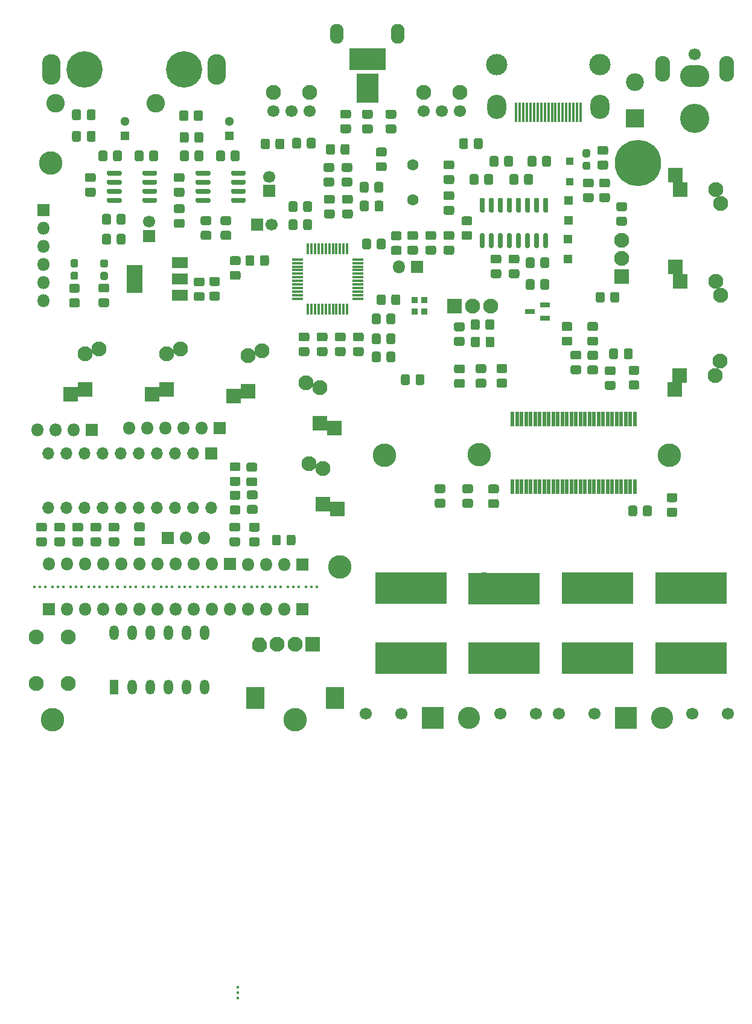
<source format=gts>
G04 #@! TF.GenerationSoftware,KiCad,Pcbnew,(5.1.6-0-10_14)*
G04 #@! TF.CreationDate,2020-08-23T05:08:53+09:00*
G04 #@! TF.ProjectId,TAS6422AMP,54415336-3432-4324-914d-502e6b696361,0.3*
G04 #@! TF.SameCoordinates,Original*
G04 #@! TF.FileFunction,Soldermask,Top*
G04 #@! TF.FilePolarity,Negative*
%FSLAX46Y46*%
G04 Gerber Fmt 4.6, Leading zero omitted, Abs format (unit mm)*
G04 Created by KiCad (PCBNEW (5.1.6-0-10_14)) date 2020-08-23 05:08:53*
%MOMM*%
%LPD*%
G01*
G04 APERTURE LIST*
%ADD10C,0.100000*%
%ADD11C,3.300000*%
%ADD12O,1.800000X1.800000*%
%ADD13R,1.800000X1.800000*%
%ADD14O,1.900000X2.800000*%
%ADD15R,3.100000X4.100000*%
%ADD16R,5.100000X3.100000*%
%ADD17R,2.100000X2.100000*%
%ADD18C,2.100000*%
%ADD19R,2.600000X3.100000*%
%ADD20C,1.600000*%
%ADD21R,0.535000X2.000000*%
%ADD22C,1.300000*%
%ADD23R,1.300000X1.300000*%
%ADD24C,1.700000*%
%ADD25R,1.700000X1.700000*%
%ADD26O,1.300000X2.100000*%
%ADD27R,1.300000X2.100000*%
%ADD28O,2.100000X3.600000*%
%ADD29O,4.100000X3.100000*%
%ADD30C,4.100000*%
%ADD31R,3.100000X3.100000*%
%ADD32R,10.100000X4.500000*%
%ADD33R,2.300000X3.900000*%
%ADD34R,2.300000X1.600000*%
%ADD35O,1.700000X1.700000*%
%ADD36C,6.500000*%
%ADD37C,0.900000*%
%ADD38R,1.200000X1.200000*%
%ADD39R,1.440000X0.740000*%
%ADD40R,1.100000X1.100000*%
%ADD41C,0.400000*%
%ADD42O,2.500000X2.500000*%
%ADD43R,2.500000X2.500000*%
%ADD44R,0.400000X1.575000*%
%ADD45R,1.575000X0.400000*%
%ADD46R,0.900000X0.900000*%
%ADD47C,3.100000*%
%ADD48C,5.100000*%
%ADD49C,2.600000*%
%ADD50O,2.600000X4.300000*%
%ADD51R,2.000000X2.000000*%
%ADD52R,0.400000X2.700000*%
%ADD53O,2.700000X3.400000*%
%ADD54C,2.985000*%
G04 APERTURE END LIST*
D10*
G36*
X109852460Y-137944860D02*
G01*
X109842300Y-138755120D01*
X109331760Y-139258040D01*
X108470700Y-139275820D01*
X107878880Y-138803380D01*
X107853480Y-138008360D01*
X108325920Y-137294620D01*
X108333540Y-137287000D01*
X109306360Y-137276840D01*
X109852460Y-137944860D01*
G37*
X109852460Y-137944860D02*
X109842300Y-138755120D01*
X109331760Y-139258040D01*
X108470700Y-139275820D01*
X107878880Y-138803380D01*
X107853480Y-138008360D01*
X108325920Y-137294620D01*
X108333540Y-137287000D01*
X109306360Y-137276840D01*
X109852460Y-137944860D01*
D11*
G04 #@! TO.C,H5*
X79885980Y-148818600D03*
G04 #@! TD*
G04 #@! TO.C,H5*
X113885980Y-148818600D03*
G04 #@! TD*
D12*
G04 #@! TO.C,J4*
X90611960Y-107952540D03*
X93151960Y-107952540D03*
X95691960Y-107952540D03*
X98231960Y-107952540D03*
X100771960Y-107952540D03*
D13*
X103311960Y-107952540D03*
G04 #@! TD*
G04 #@! TO.C,C20*
G36*
G01*
X114230000Y-76382138D02*
X114230000Y-77338662D01*
G75*
G02*
X113958262Y-77610400I-271738J0D01*
G01*
X113251738Y-77610400D01*
G75*
G02*
X112980000Y-77338662I0J271738D01*
G01*
X112980000Y-76382138D01*
G75*
G02*
X113251738Y-76110400I271738J0D01*
G01*
X113958262Y-76110400D01*
G75*
G02*
X114230000Y-76382138I0J-271738D01*
G01*
G37*
G36*
G01*
X116280000Y-76382138D02*
X116280000Y-77338662D01*
G75*
G02*
X116008262Y-77610400I-271738J0D01*
G01*
X115301738Y-77610400D01*
G75*
G02*
X115030000Y-77338662I0J271738D01*
G01*
X115030000Y-76382138D01*
G75*
G02*
X115301738Y-76110400I271738J0D01*
G01*
X116008262Y-76110400D01*
G75*
G02*
X116280000Y-76382138I0J-271738D01*
G01*
G37*
G04 #@! TD*
G04 #@! TO.C,C21*
G36*
G01*
X121633262Y-71992500D02*
X120676738Y-71992500D01*
G75*
G02*
X120405000Y-71720762I0J271738D01*
G01*
X120405000Y-71014238D01*
G75*
G02*
X120676738Y-70742500I271738J0D01*
G01*
X121633262Y-70742500D01*
G75*
G02*
X121905000Y-71014238I0J-271738D01*
G01*
X121905000Y-71720762D01*
G75*
G02*
X121633262Y-71992500I-271738J0D01*
G01*
G37*
G36*
G01*
X121633262Y-74042500D02*
X120676738Y-74042500D01*
G75*
G02*
X120405000Y-73770762I0J271738D01*
G01*
X120405000Y-73064238D01*
G75*
G02*
X120676738Y-72792500I271738J0D01*
G01*
X121633262Y-72792500D01*
G75*
G02*
X121905000Y-73064238I0J-271738D01*
G01*
X121905000Y-73770762D01*
G75*
G02*
X121633262Y-74042500I-271738J0D01*
G01*
G37*
G04 #@! TD*
G04 #@! TO.C,C22*
G36*
G01*
X118215738Y-77260400D02*
X119172262Y-77260400D01*
G75*
G02*
X119444000Y-77532138I0J-271738D01*
G01*
X119444000Y-78238662D01*
G75*
G02*
X119172262Y-78510400I-271738J0D01*
G01*
X118215738Y-78510400D01*
G75*
G02*
X117944000Y-78238662I0J271738D01*
G01*
X117944000Y-77532138D01*
G75*
G02*
X118215738Y-77260400I271738J0D01*
G01*
G37*
G36*
G01*
X118215738Y-75210400D02*
X119172262Y-75210400D01*
G75*
G02*
X119444000Y-75482138I0J-271738D01*
G01*
X119444000Y-76188662D01*
G75*
G02*
X119172262Y-76460400I-271738J0D01*
G01*
X118215738Y-76460400D01*
G75*
G02*
X117944000Y-76188662I0J271738D01*
G01*
X117944000Y-75482138D01*
G75*
G02*
X118215738Y-75210400I271738J0D01*
G01*
G37*
G04 #@! TD*
G04 #@! TO.C,C23*
G36*
G01*
X121712262Y-76460400D02*
X120755738Y-76460400D01*
G75*
G02*
X120484000Y-76188662I0J271738D01*
G01*
X120484000Y-75482138D01*
G75*
G02*
X120755738Y-75210400I271738J0D01*
G01*
X121712262Y-75210400D01*
G75*
G02*
X121984000Y-75482138I0J-271738D01*
G01*
X121984000Y-76188662D01*
G75*
G02*
X121712262Y-76460400I-271738J0D01*
G01*
G37*
G36*
G01*
X121712262Y-78510400D02*
X120755738Y-78510400D01*
G75*
G02*
X120484000Y-78238662I0J271738D01*
G01*
X120484000Y-77532138D01*
G75*
G02*
X120755738Y-77260400I271738J0D01*
G01*
X121712262Y-77260400D01*
G75*
G02*
X121984000Y-77532138I0J-271738D01*
G01*
X121984000Y-78238662D01*
G75*
G02*
X121712262Y-78510400I-271738J0D01*
G01*
G37*
G04 #@! TD*
G04 #@! TO.C,C24*
G36*
G01*
X125914000Y-97464138D02*
X125914000Y-98420662D01*
G75*
G02*
X125642262Y-98692400I-271738J0D01*
G01*
X124935738Y-98692400D01*
G75*
G02*
X124664000Y-98420662I0J271738D01*
G01*
X124664000Y-97464138D01*
G75*
G02*
X124935738Y-97192400I271738J0D01*
G01*
X125642262Y-97192400D01*
G75*
G02*
X125914000Y-97464138I0J-271738D01*
G01*
G37*
G36*
G01*
X127964000Y-97464138D02*
X127964000Y-98420662D01*
G75*
G02*
X127692262Y-98692400I-271738J0D01*
G01*
X126985738Y-98692400D01*
G75*
G02*
X126714000Y-98420662I0J271738D01*
G01*
X126714000Y-97464138D01*
G75*
G02*
X126985738Y-97192400I271738J0D01*
G01*
X127692262Y-97192400D01*
G75*
G02*
X127964000Y-97464138I0J-271738D01*
G01*
G37*
G04 #@! TD*
G04 #@! TO.C,C25*
G36*
G01*
X126714000Y-95880662D02*
X126714000Y-94924138D01*
G75*
G02*
X126985738Y-94652400I271738J0D01*
G01*
X127692262Y-94652400D01*
G75*
G02*
X127964000Y-94924138I0J-271738D01*
G01*
X127964000Y-95880662D01*
G75*
G02*
X127692262Y-96152400I-271738J0D01*
G01*
X126985738Y-96152400D01*
G75*
G02*
X126714000Y-95880662I0J271738D01*
G01*
G37*
G36*
G01*
X124664000Y-95880662D02*
X124664000Y-94924138D01*
G75*
G02*
X124935738Y-94652400I271738J0D01*
G01*
X125642262Y-94652400D01*
G75*
G02*
X125914000Y-94924138I0J-271738D01*
G01*
X125914000Y-95880662D01*
G75*
G02*
X125642262Y-96152400I-271738J0D01*
G01*
X124935738Y-96152400D01*
G75*
G02*
X124664000Y-95880662I0J271738D01*
G01*
G37*
G04 #@! TD*
G04 #@! TO.C,C26*
G36*
G01*
X135936262Y-71634400D02*
X134979738Y-71634400D01*
G75*
G02*
X134708000Y-71362662I0J271738D01*
G01*
X134708000Y-70656138D01*
G75*
G02*
X134979738Y-70384400I271738J0D01*
G01*
X135936262Y-70384400D01*
G75*
G02*
X136208000Y-70656138I0J-271738D01*
G01*
X136208000Y-71362662D01*
G75*
G02*
X135936262Y-71634400I-271738J0D01*
G01*
G37*
G36*
G01*
X135936262Y-73684400D02*
X134979738Y-73684400D01*
G75*
G02*
X134708000Y-73412662I0J271738D01*
G01*
X134708000Y-72706138D01*
G75*
G02*
X134979738Y-72434400I271738J0D01*
G01*
X135936262Y-72434400D01*
G75*
G02*
X136208000Y-72706138I0J-271738D01*
G01*
X136208000Y-73412662D01*
G75*
G02*
X135936262Y-73684400I-271738J0D01*
G01*
G37*
G04 #@! TD*
G04 #@! TO.C,C27*
G36*
G01*
X134979738Y-76752400D02*
X135936262Y-76752400D01*
G75*
G02*
X136208000Y-77024138I0J-271738D01*
G01*
X136208000Y-77730662D01*
G75*
G02*
X135936262Y-78002400I-271738J0D01*
G01*
X134979738Y-78002400D01*
G75*
G02*
X134708000Y-77730662I0J271738D01*
G01*
X134708000Y-77024138D01*
G75*
G02*
X134979738Y-76752400I271738J0D01*
G01*
G37*
G36*
G01*
X134979738Y-74702400D02*
X135936262Y-74702400D01*
G75*
G02*
X136208000Y-74974138I0J-271738D01*
G01*
X136208000Y-75680662D01*
G75*
G02*
X135936262Y-75952400I-271738J0D01*
G01*
X134979738Y-75952400D01*
G75*
G02*
X134708000Y-75680662I0J271738D01*
G01*
X134708000Y-74974138D01*
G75*
G02*
X134979738Y-74702400I271738J0D01*
G01*
G37*
G04 #@! TD*
G04 #@! TO.C,C28*
G36*
G01*
X132439738Y-82340400D02*
X133396262Y-82340400D01*
G75*
G02*
X133668000Y-82612138I0J-271738D01*
G01*
X133668000Y-83318662D01*
G75*
G02*
X133396262Y-83590400I-271738J0D01*
G01*
X132439738Y-83590400D01*
G75*
G02*
X132168000Y-83318662I0J271738D01*
G01*
X132168000Y-82612138D01*
G75*
G02*
X132439738Y-82340400I271738J0D01*
G01*
G37*
G36*
G01*
X132439738Y-80290400D02*
X133396262Y-80290400D01*
G75*
G02*
X133668000Y-80562138I0J-271738D01*
G01*
X133668000Y-81268662D01*
G75*
G02*
X133396262Y-81540400I-271738J0D01*
G01*
X132439738Y-81540400D01*
G75*
G02*
X132168000Y-81268662I0J271738D01*
G01*
X132168000Y-80562138D01*
G75*
G02*
X132439738Y-80290400I271738J0D01*
G01*
G37*
G04 #@! TD*
G04 #@! TO.C,C29*
G36*
G01*
X134979738Y-82340400D02*
X135936262Y-82340400D01*
G75*
G02*
X136208000Y-82612138I0J-271738D01*
G01*
X136208000Y-83318662D01*
G75*
G02*
X135936262Y-83590400I-271738J0D01*
G01*
X134979738Y-83590400D01*
G75*
G02*
X134708000Y-83318662I0J271738D01*
G01*
X134708000Y-82612138D01*
G75*
G02*
X134979738Y-82340400I271738J0D01*
G01*
G37*
G36*
G01*
X134979738Y-80290400D02*
X135936262Y-80290400D01*
G75*
G02*
X136208000Y-80562138I0J-271738D01*
G01*
X136208000Y-81268662D01*
G75*
G02*
X135936262Y-81540400I-271738J0D01*
G01*
X134979738Y-81540400D01*
G75*
G02*
X134708000Y-81268662I0J271738D01*
G01*
X134708000Y-80562138D01*
G75*
G02*
X134979738Y-80290400I271738J0D01*
G01*
G37*
G04 #@! TD*
G04 #@! TO.C,C30*
G36*
G01*
X127606738Y-82386100D02*
X128563262Y-82386100D01*
G75*
G02*
X128835000Y-82657838I0J-271738D01*
G01*
X128835000Y-83364362D01*
G75*
G02*
X128563262Y-83636100I-271738J0D01*
G01*
X127606738Y-83636100D01*
G75*
G02*
X127335000Y-83364362I0J271738D01*
G01*
X127335000Y-82657838D01*
G75*
G02*
X127606738Y-82386100I271738J0D01*
G01*
G37*
G36*
G01*
X127606738Y-80336100D02*
X128563262Y-80336100D01*
G75*
G02*
X128835000Y-80607838I0J-271738D01*
G01*
X128835000Y-81314362D01*
G75*
G02*
X128563262Y-81586100I-271738J0D01*
G01*
X127606738Y-81586100D01*
G75*
G02*
X127335000Y-81314362I0J271738D01*
G01*
X127335000Y-80607838D01*
G75*
G02*
X127606738Y-80336100I271738J0D01*
G01*
G37*
G04 #@! TD*
G04 #@! TO.C,C31*
G36*
G01*
X159203000Y-97024738D02*
X159203000Y-97981262D01*
G75*
G02*
X158931262Y-98253000I-271738J0D01*
G01*
X158224738Y-98253000D01*
G75*
G02*
X157953000Y-97981262I0J271738D01*
G01*
X157953000Y-97024738D01*
G75*
G02*
X158224738Y-96753000I271738J0D01*
G01*
X158931262Y-96753000D01*
G75*
G02*
X159203000Y-97024738I0J-271738D01*
G01*
G37*
G36*
G01*
X161253000Y-97024738D02*
X161253000Y-97981262D01*
G75*
G02*
X160981262Y-98253000I-271738J0D01*
G01*
X160274738Y-98253000D01*
G75*
G02*
X160003000Y-97981262I0J271738D01*
G01*
X160003000Y-97024738D01*
G75*
G02*
X160274738Y-96753000I271738J0D01*
G01*
X160981262Y-96753000D01*
G75*
G02*
X161253000Y-97024738I0J-271738D01*
G01*
G37*
G04 #@! TD*
G04 #@! TO.C,C32*
G36*
G01*
X155162738Y-99140000D02*
X156119262Y-99140000D01*
G75*
G02*
X156391000Y-99411738I0J-271738D01*
G01*
X156391000Y-100118262D01*
G75*
G02*
X156119262Y-100390000I-271738J0D01*
G01*
X155162738Y-100390000D01*
G75*
G02*
X154891000Y-100118262I0J271738D01*
G01*
X154891000Y-99411738D01*
G75*
G02*
X155162738Y-99140000I271738J0D01*
G01*
G37*
G36*
G01*
X155162738Y-97090000D02*
X156119262Y-97090000D01*
G75*
G02*
X156391000Y-97361738I0J-271738D01*
G01*
X156391000Y-98068262D01*
G75*
G02*
X156119262Y-98340000I-271738J0D01*
G01*
X155162738Y-98340000D01*
G75*
G02*
X154891000Y-98068262I0J271738D01*
G01*
X154891000Y-97361738D01*
G75*
G02*
X155162738Y-97090000I271738J0D01*
G01*
G37*
G04 #@! TD*
G04 #@! TO.C,C33*
G36*
G01*
X161908262Y-100446000D02*
X160951738Y-100446000D01*
G75*
G02*
X160680000Y-100174262I0J271738D01*
G01*
X160680000Y-99467738D01*
G75*
G02*
X160951738Y-99196000I271738J0D01*
G01*
X161908262Y-99196000D01*
G75*
G02*
X162180000Y-99467738I0J-271738D01*
G01*
X162180000Y-100174262D01*
G75*
G02*
X161908262Y-100446000I-271738J0D01*
G01*
G37*
G36*
G01*
X161908262Y-102496000D02*
X160951738Y-102496000D01*
G75*
G02*
X160680000Y-102224262I0J271738D01*
G01*
X160680000Y-101517738D01*
G75*
G02*
X160951738Y-101246000I271738J0D01*
G01*
X161908262Y-101246000D01*
G75*
G02*
X162180000Y-101517738I0J-271738D01*
G01*
X162180000Y-102224262D01*
G75*
G02*
X161908262Y-102496000I-271738J0D01*
G01*
G37*
G04 #@! TD*
G04 #@! TO.C,C34*
G36*
G01*
X157621738Y-101299000D02*
X158578262Y-101299000D01*
G75*
G02*
X158850000Y-101570738I0J-271738D01*
G01*
X158850000Y-102277262D01*
G75*
G02*
X158578262Y-102549000I-271738J0D01*
G01*
X157621738Y-102549000D01*
G75*
G02*
X157350000Y-102277262I0J271738D01*
G01*
X157350000Y-101570738D01*
G75*
G02*
X157621738Y-101299000I271738J0D01*
G01*
G37*
G36*
G01*
X157621738Y-99249000D02*
X158578262Y-99249000D01*
G75*
G02*
X158850000Y-99520738I0J-271738D01*
G01*
X158850000Y-100227262D01*
G75*
G02*
X158578262Y-100499000I-271738J0D01*
G01*
X157621738Y-100499000D01*
G75*
G02*
X157350000Y-100227262I0J271738D01*
G01*
X157350000Y-99520738D01*
G75*
G02*
X157621738Y-99249000I271738J0D01*
G01*
G37*
G04 #@! TD*
G04 #@! TO.C,C35*
G36*
G01*
X152805738Y-99101900D02*
X153762262Y-99101900D01*
G75*
G02*
X154034000Y-99373638I0J-271738D01*
G01*
X154034000Y-100080162D01*
G75*
G02*
X153762262Y-100351900I-271738J0D01*
G01*
X152805738Y-100351900D01*
G75*
G02*
X152534000Y-100080162I0J271738D01*
G01*
X152534000Y-99373638D01*
G75*
G02*
X152805738Y-99101900I271738J0D01*
G01*
G37*
G36*
G01*
X152805738Y-97051900D02*
X153762262Y-97051900D01*
G75*
G02*
X154034000Y-97323638I0J-271738D01*
G01*
X154034000Y-98030162D01*
G75*
G02*
X153762262Y-98301900I-271738J0D01*
G01*
X152805738Y-98301900D01*
G75*
G02*
X152534000Y-98030162I0J271738D01*
G01*
X152534000Y-97323638D01*
G75*
G02*
X152805738Y-97051900I271738J0D01*
G01*
G37*
G04 #@! TD*
G04 #@! TO.C,C39*
G36*
G01*
X114738000Y-67492138D02*
X114738000Y-68448662D01*
G75*
G02*
X114466262Y-68720400I-271738J0D01*
G01*
X113759738Y-68720400D01*
G75*
G02*
X113488000Y-68448662I0J271738D01*
G01*
X113488000Y-67492138D01*
G75*
G02*
X113759738Y-67220400I271738J0D01*
G01*
X114466262Y-67220400D01*
G75*
G02*
X114738000Y-67492138I0J-271738D01*
G01*
G37*
G36*
G01*
X116788000Y-67492138D02*
X116788000Y-68448662D01*
G75*
G02*
X116516262Y-68720400I-271738J0D01*
G01*
X115809738Y-68720400D01*
G75*
G02*
X115538000Y-68448662I0J271738D01*
G01*
X115538000Y-67492138D01*
G75*
G02*
X115809738Y-67220400I271738J0D01*
G01*
X116516262Y-67220400D01*
G75*
G02*
X116788000Y-67492138I0J-271738D01*
G01*
G37*
G04 #@! TD*
G04 #@! TO.C,C40*
G36*
G01*
X127808262Y-64531400D02*
X126851738Y-64531400D01*
G75*
G02*
X126580000Y-64259662I0J271738D01*
G01*
X126580000Y-63553138D01*
G75*
G02*
X126851738Y-63281400I271738J0D01*
G01*
X127808262Y-63281400D01*
G75*
G02*
X128080000Y-63553138I0J-271738D01*
G01*
X128080000Y-64259662D01*
G75*
G02*
X127808262Y-64531400I-271738J0D01*
G01*
G37*
G36*
G01*
X127808262Y-66581400D02*
X126851738Y-66581400D01*
G75*
G02*
X126580000Y-66309662I0J271738D01*
G01*
X126580000Y-65603138D01*
G75*
G02*
X126851738Y-65331400I271738J0D01*
G01*
X127808262Y-65331400D01*
G75*
G02*
X128080000Y-65603138I0J-271738D01*
G01*
X128080000Y-66309662D01*
G75*
G02*
X127808262Y-66581400I-271738J0D01*
G01*
G37*
G04 #@! TD*
G04 #@! TO.C,C45*
G36*
G01*
X141250738Y-117882620D02*
X142207262Y-117882620D01*
G75*
G02*
X142479000Y-118154358I0J-271738D01*
G01*
X142479000Y-118860882D01*
G75*
G02*
X142207262Y-119132620I-271738J0D01*
G01*
X141250738Y-119132620D01*
G75*
G02*
X140979000Y-118860882I0J271738D01*
G01*
X140979000Y-118154358D01*
G75*
G02*
X141250738Y-117882620I271738J0D01*
G01*
G37*
G36*
G01*
X141250738Y-115832620D02*
X142207262Y-115832620D01*
G75*
G02*
X142479000Y-116104358I0J-271738D01*
G01*
X142479000Y-116810882D01*
G75*
G02*
X142207262Y-117082620I-271738J0D01*
G01*
X141250738Y-117082620D01*
G75*
G02*
X140979000Y-116810882I0J271738D01*
G01*
X140979000Y-116104358D01*
G75*
G02*
X141250738Y-115832620I271738J0D01*
G01*
G37*
G04 #@! TD*
G04 #@! TO.C,C46*
G36*
G01*
X137613918Y-117852140D02*
X138570442Y-117852140D01*
G75*
G02*
X138842180Y-118123878I0J-271738D01*
G01*
X138842180Y-118830402D01*
G75*
G02*
X138570442Y-119102140I-271738J0D01*
G01*
X137613918Y-119102140D01*
G75*
G02*
X137342180Y-118830402I0J271738D01*
G01*
X137342180Y-118123878D01*
G75*
G02*
X137613918Y-117852140I271738J0D01*
G01*
G37*
G36*
G01*
X137613918Y-115802140D02*
X138570442Y-115802140D01*
G75*
G02*
X138842180Y-116073878I0J-271738D01*
G01*
X138842180Y-116780402D01*
G75*
G02*
X138570442Y-117052140I-271738J0D01*
G01*
X137613918Y-117052140D01*
G75*
G02*
X137342180Y-116780402I0J271738D01*
G01*
X137342180Y-116073878D01*
G75*
G02*
X137613918Y-115802140I271738J0D01*
G01*
G37*
G04 #@! TD*
G04 #@! TO.C,C47*
G36*
G01*
X162683000Y-120005262D02*
X162683000Y-119048738D01*
G75*
G02*
X162954738Y-118777000I271738J0D01*
G01*
X163661262Y-118777000D01*
G75*
G02*
X163933000Y-119048738I0J-271738D01*
G01*
X163933000Y-120005262D01*
G75*
G02*
X163661262Y-120277000I-271738J0D01*
G01*
X162954738Y-120277000D01*
G75*
G02*
X162683000Y-120005262I0J271738D01*
G01*
G37*
G36*
G01*
X160633000Y-120005262D02*
X160633000Y-119048738D01*
G75*
G02*
X160904738Y-118777000I271738J0D01*
G01*
X161611262Y-118777000D01*
G75*
G02*
X161883000Y-119048738I0J-271738D01*
G01*
X161883000Y-120005262D01*
G75*
G02*
X161611262Y-120277000I-271738J0D01*
G01*
X160904738Y-120277000D01*
G75*
G02*
X160633000Y-120005262I0J271738D01*
G01*
G37*
G04 #@! TD*
G04 #@! TO.C,C48*
G36*
G01*
X166282738Y-119094000D02*
X167239262Y-119094000D01*
G75*
G02*
X167511000Y-119365738I0J-271738D01*
G01*
X167511000Y-120072262D01*
G75*
G02*
X167239262Y-120344000I-271738J0D01*
G01*
X166282738Y-120344000D01*
G75*
G02*
X166011000Y-120072262I0J271738D01*
G01*
X166011000Y-119365738D01*
G75*
G02*
X166282738Y-119094000I271738J0D01*
G01*
G37*
G36*
G01*
X166282738Y-117044000D02*
X167239262Y-117044000D01*
G75*
G02*
X167511000Y-117315738I0J-271738D01*
G01*
X167511000Y-118022262D01*
G75*
G02*
X167239262Y-118294000I-271738J0D01*
G01*
X166282738Y-118294000D01*
G75*
G02*
X166011000Y-118022262I0J271738D01*
G01*
X166011000Y-117315738D01*
G75*
G02*
X166282738Y-117044000I271738J0D01*
G01*
G37*
G04 #@! TD*
G04 #@! TO.C,C49*
G36*
G01*
X124506262Y-64531400D02*
X123549738Y-64531400D01*
G75*
G02*
X123278000Y-64259662I0J271738D01*
G01*
X123278000Y-63553138D01*
G75*
G02*
X123549738Y-63281400I271738J0D01*
G01*
X124506262Y-63281400D01*
G75*
G02*
X124778000Y-63553138I0J-271738D01*
G01*
X124778000Y-64259662D01*
G75*
G02*
X124506262Y-64531400I-271738J0D01*
G01*
G37*
G36*
G01*
X124506262Y-66581400D02*
X123549738Y-66581400D01*
G75*
G02*
X123278000Y-66309662I0J271738D01*
G01*
X123278000Y-65603138D01*
G75*
G02*
X123549738Y-65331400I271738J0D01*
G01*
X124506262Y-65331400D01*
G75*
G02*
X124778000Y-65603138I0J-271738D01*
G01*
X124778000Y-66309662D01*
G75*
G02*
X124506262Y-66581400I-271738J0D01*
G01*
G37*
G04 #@! TD*
G04 #@! TO.C,D1*
G36*
G01*
X87364180Y-85409760D02*
X86839180Y-85409760D01*
G75*
G02*
X86576680Y-85147260I0J262500D01*
G01*
X86576680Y-84522260D01*
G75*
G02*
X86839180Y-84259760I262500J0D01*
G01*
X87364180Y-84259760D01*
G75*
G02*
X87626680Y-84522260I0J-262500D01*
G01*
X87626680Y-85147260D01*
G75*
G02*
X87364180Y-85409760I-262500J0D01*
G01*
G37*
G36*
G01*
X87364180Y-87159760D02*
X86839180Y-87159760D01*
G75*
G02*
X86576680Y-86897260I0J262500D01*
G01*
X86576680Y-86272260D01*
G75*
G02*
X86839180Y-86009760I262500J0D01*
G01*
X87364180Y-86009760D01*
G75*
G02*
X87626680Y-86272260I0J-262500D01*
G01*
X87626680Y-86897260D01*
G75*
G02*
X87364180Y-87159760I-262500J0D01*
G01*
G37*
G04 #@! TD*
G04 #@! TO.C,FB1*
G36*
G01*
X105972082Y-85078620D02*
X105015558Y-85078620D01*
G75*
G02*
X104743820Y-84806882I0J271738D01*
G01*
X104743820Y-84100358D01*
G75*
G02*
X105015558Y-83828620I271738J0D01*
G01*
X105972082Y-83828620D01*
G75*
G02*
X106243820Y-84100358I0J-271738D01*
G01*
X106243820Y-84806882D01*
G75*
G02*
X105972082Y-85078620I-271738J0D01*
G01*
G37*
G36*
G01*
X105972082Y-87128620D02*
X105015558Y-87128620D01*
G75*
G02*
X104743820Y-86856882I0J271738D01*
G01*
X104743820Y-86150358D01*
G75*
G02*
X105015558Y-85878620I271738J0D01*
G01*
X105972082Y-85878620D01*
G75*
G02*
X106243820Y-86150358I0J-271738D01*
G01*
X106243820Y-86856882D01*
G75*
G02*
X105972082Y-87128620I-271738J0D01*
G01*
G37*
G04 #@! TD*
G04 #@! TO.C,FB2*
G36*
G01*
X124209860Y-73666878D02*
X124209860Y-74623402D01*
G75*
G02*
X123938122Y-74895140I-271738J0D01*
G01*
X123231598Y-74895140D01*
G75*
G02*
X122959860Y-74623402I0J271738D01*
G01*
X122959860Y-73666878D01*
G75*
G02*
X123231598Y-73395140I271738J0D01*
G01*
X123938122Y-73395140D01*
G75*
G02*
X124209860Y-73666878I0J-271738D01*
G01*
G37*
G36*
G01*
X126259860Y-73666878D02*
X126259860Y-74623402D01*
G75*
G02*
X125988122Y-74895140I-271738J0D01*
G01*
X125281598Y-74895140D01*
G75*
G02*
X125009860Y-74623402I0J271738D01*
G01*
X125009860Y-73666878D01*
G75*
G02*
X125281598Y-73395140I271738J0D01*
G01*
X125988122Y-73395140D01*
G75*
G02*
X126259860Y-73666878I0J-271738D01*
G01*
G37*
G04 #@! TD*
D14*
G04 #@! TO.C,J3*
X128278000Y-52672400D03*
X119778000Y-52672400D03*
D15*
X124028000Y-60222400D03*
D16*
X124028000Y-56222400D03*
G04 #@! TD*
G04 #@! TO.C,R2*
G36*
G01*
X99759720Y-67638402D02*
X99759720Y-66681878D01*
G75*
G02*
X100031458Y-66410140I271738J0D01*
G01*
X100737982Y-66410140D01*
G75*
G02*
X101009720Y-66681878I0J-271738D01*
G01*
X101009720Y-67638402D01*
G75*
G02*
X100737982Y-67910140I-271738J0D01*
G01*
X100031458Y-67910140D01*
G75*
G02*
X99759720Y-67638402I0J271738D01*
G01*
G37*
G36*
G01*
X97709720Y-67638402D02*
X97709720Y-66681878D01*
G75*
G02*
X97981458Y-66410140I271738J0D01*
G01*
X98687982Y-66410140D01*
G75*
G02*
X98959720Y-66681878I0J-271738D01*
G01*
X98959720Y-67638402D01*
G75*
G02*
X98687982Y-67910140I-271738J0D01*
G01*
X97981458Y-67910140D01*
G75*
G02*
X97709720Y-67638402I0J271738D01*
G01*
G37*
G04 #@! TD*
G04 #@! TO.C,R3*
G36*
G01*
X84661960Y-67483462D02*
X84661960Y-66526938D01*
G75*
G02*
X84933698Y-66255200I271738J0D01*
G01*
X85640222Y-66255200D01*
G75*
G02*
X85911960Y-66526938I0J-271738D01*
G01*
X85911960Y-67483462D01*
G75*
G02*
X85640222Y-67755200I-271738J0D01*
G01*
X84933698Y-67755200D01*
G75*
G02*
X84661960Y-67483462I0J271738D01*
G01*
G37*
G36*
G01*
X82611960Y-67483462D02*
X82611960Y-66526938D01*
G75*
G02*
X82883698Y-66255200I271738J0D01*
G01*
X83590222Y-66255200D01*
G75*
G02*
X83861960Y-66526938I0J-271738D01*
G01*
X83861960Y-67483462D01*
G75*
G02*
X83590222Y-67755200I-271738J0D01*
G01*
X82883698Y-67755200D01*
G75*
G02*
X82611960Y-67483462I0J271738D01*
G01*
G37*
G04 #@! TD*
G04 #@! TO.C,R4*
G36*
G01*
X86572618Y-89701320D02*
X87529142Y-89701320D01*
G75*
G02*
X87800880Y-89973058I0J-271738D01*
G01*
X87800880Y-90679582D01*
G75*
G02*
X87529142Y-90951320I-271738J0D01*
G01*
X86572618Y-90951320D01*
G75*
G02*
X86300880Y-90679582I0J271738D01*
G01*
X86300880Y-89973058D01*
G75*
G02*
X86572618Y-89701320I271738J0D01*
G01*
G37*
G36*
G01*
X86572618Y-87651320D02*
X87529142Y-87651320D01*
G75*
G02*
X87800880Y-87923058I0J-271738D01*
G01*
X87800880Y-88629582D01*
G75*
G02*
X87529142Y-88901320I-271738J0D01*
G01*
X86572618Y-88901320D01*
G75*
G02*
X86300880Y-88629582I0J271738D01*
G01*
X86300880Y-87923058D01*
G75*
G02*
X86572618Y-87651320I271738J0D01*
G01*
G37*
G04 #@! TD*
G04 #@! TO.C,R5*
G36*
G01*
X98896220Y-63623718D02*
X98896220Y-64580242D01*
G75*
G02*
X98624482Y-64851980I-271738J0D01*
G01*
X97917958Y-64851980D01*
G75*
G02*
X97646220Y-64580242I0J271738D01*
G01*
X97646220Y-63623718D01*
G75*
G02*
X97917958Y-63351980I271738J0D01*
G01*
X98624482Y-63351980D01*
G75*
G02*
X98896220Y-63623718I0J-271738D01*
G01*
G37*
G36*
G01*
X100946220Y-63623718D02*
X100946220Y-64580242D01*
G75*
G02*
X100674482Y-64851980I-271738J0D01*
G01*
X99967958Y-64851980D01*
G75*
G02*
X99696220Y-64580242I0J271738D01*
G01*
X99696220Y-63623718D01*
G75*
G02*
X99967958Y-63351980I271738J0D01*
G01*
X100674482Y-63351980D01*
G75*
G02*
X100946220Y-63623718I0J-271738D01*
G01*
G37*
G04 #@! TD*
G04 #@! TO.C,R6*
G36*
G01*
X83861960Y-63509418D02*
X83861960Y-64465942D01*
G75*
G02*
X83590222Y-64737680I-271738J0D01*
G01*
X82883698Y-64737680D01*
G75*
G02*
X82611960Y-64465942I0J271738D01*
G01*
X82611960Y-63509418D01*
G75*
G02*
X82883698Y-63237680I271738J0D01*
G01*
X83590222Y-63237680D01*
G75*
G02*
X83861960Y-63509418I0J-271738D01*
G01*
G37*
G36*
G01*
X85911960Y-63509418D02*
X85911960Y-64465942D01*
G75*
G02*
X85640222Y-64737680I-271738J0D01*
G01*
X84933698Y-64737680D01*
G75*
G02*
X84661960Y-64465942I0J271738D01*
G01*
X84661960Y-63509418D01*
G75*
G02*
X84933698Y-63237680I271738J0D01*
G01*
X85640222Y-63237680D01*
G75*
G02*
X85911960Y-63509418I0J-271738D01*
G01*
G37*
G04 #@! TD*
G04 #@! TO.C,R7*
G36*
G01*
X104870000Y-70226662D02*
X104870000Y-69270138D01*
G75*
G02*
X105141738Y-68998400I271738J0D01*
G01*
X105848262Y-68998400D01*
G75*
G02*
X106120000Y-69270138I0J-271738D01*
G01*
X106120000Y-70226662D01*
G75*
G02*
X105848262Y-70498400I-271738J0D01*
G01*
X105141738Y-70498400D01*
G75*
G02*
X104870000Y-70226662I0J271738D01*
G01*
G37*
G36*
G01*
X102820000Y-70226662D02*
X102820000Y-69270138D01*
G75*
G02*
X103091738Y-68998400I271738J0D01*
G01*
X103798262Y-68998400D01*
G75*
G02*
X104070000Y-69270138I0J-271738D01*
G01*
X104070000Y-70226662D01*
G75*
G02*
X103798262Y-70498400I-271738J0D01*
G01*
X103091738Y-70498400D01*
G75*
G02*
X102820000Y-70226662I0J271738D01*
G01*
G37*
G04 #@! TD*
G04 #@! TO.C,R8*
G36*
G01*
X93440200Y-70226662D02*
X93440200Y-69270138D01*
G75*
G02*
X93711938Y-68998400I271738J0D01*
G01*
X94418462Y-68998400D01*
G75*
G02*
X94690200Y-69270138I0J-271738D01*
G01*
X94690200Y-70226662D01*
G75*
G02*
X94418462Y-70498400I-271738J0D01*
G01*
X93711938Y-70498400D01*
G75*
G02*
X93440200Y-70226662I0J271738D01*
G01*
G37*
G36*
G01*
X91390200Y-70226662D02*
X91390200Y-69270138D01*
G75*
G02*
X91661938Y-68998400I271738J0D01*
G01*
X92368462Y-68998400D01*
G75*
G02*
X92640200Y-69270138I0J-271738D01*
G01*
X92640200Y-70226662D01*
G75*
G02*
X92368462Y-70498400I-271738J0D01*
G01*
X91661938Y-70498400D01*
G75*
G02*
X91390200Y-70226662I0J271738D01*
G01*
G37*
G04 #@! TD*
G04 #@! TO.C,R9*
G36*
G01*
X85644462Y-73412400D02*
X84687938Y-73412400D01*
G75*
G02*
X84416200Y-73140662I0J271738D01*
G01*
X84416200Y-72434138D01*
G75*
G02*
X84687938Y-72162400I271738J0D01*
G01*
X85644462Y-72162400D01*
G75*
G02*
X85916200Y-72434138I0J-271738D01*
G01*
X85916200Y-73140662D01*
G75*
G02*
X85644462Y-73412400I-271738J0D01*
G01*
G37*
G36*
G01*
X85644462Y-75462400D02*
X84687938Y-75462400D01*
G75*
G02*
X84416200Y-75190662I0J271738D01*
G01*
X84416200Y-74484138D01*
G75*
G02*
X84687938Y-74212400I271738J0D01*
G01*
X85644462Y-74212400D01*
G75*
G02*
X85916200Y-74484138I0J-271738D01*
G01*
X85916200Y-75190662D01*
G75*
G02*
X85644462Y-75462400I-271738J0D01*
G01*
G37*
G04 #@! TD*
G04 #@! TO.C,R10*
G36*
G01*
X98090462Y-73412400D02*
X97133938Y-73412400D01*
G75*
G02*
X96862200Y-73140662I0J271738D01*
G01*
X96862200Y-72434138D01*
G75*
G02*
X97133938Y-72162400I271738J0D01*
G01*
X98090462Y-72162400D01*
G75*
G02*
X98362200Y-72434138I0J-271738D01*
G01*
X98362200Y-73140662D01*
G75*
G02*
X98090462Y-73412400I-271738J0D01*
G01*
G37*
G36*
G01*
X98090462Y-75462400D02*
X97133938Y-75462400D01*
G75*
G02*
X96862200Y-75190662I0J271738D01*
G01*
X96862200Y-74484138D01*
G75*
G02*
X97133938Y-74212400I271738J0D01*
G01*
X98090462Y-74212400D01*
G75*
G02*
X98362200Y-74484138I0J-271738D01*
G01*
X98362200Y-75190662D01*
G75*
G02*
X98090462Y-75462400I-271738J0D01*
G01*
G37*
G04 #@! TD*
G04 #@! TO.C,R11*
G36*
G01*
X126459262Y-69833500D02*
X125502738Y-69833500D01*
G75*
G02*
X125231000Y-69561762I0J271738D01*
G01*
X125231000Y-68855238D01*
G75*
G02*
X125502738Y-68583500I271738J0D01*
G01*
X126459262Y-68583500D01*
G75*
G02*
X126731000Y-68855238I0J-271738D01*
G01*
X126731000Y-69561762D01*
G75*
G02*
X126459262Y-69833500I-271738J0D01*
G01*
G37*
G36*
G01*
X126459262Y-71883500D02*
X125502738Y-71883500D01*
G75*
G02*
X125231000Y-71611762I0J271738D01*
G01*
X125231000Y-70905238D01*
G75*
G02*
X125502738Y-70633500I271738J0D01*
G01*
X126459262Y-70633500D01*
G75*
G02*
X126731000Y-70905238I0J-271738D01*
G01*
X126731000Y-71611762D01*
G75*
G02*
X126459262Y-71883500I-271738J0D01*
G01*
G37*
G04 #@! TD*
G04 #@! TO.C,R12*
G36*
G01*
X119093262Y-71992500D02*
X118136738Y-71992500D01*
G75*
G02*
X117865000Y-71720762I0J271738D01*
G01*
X117865000Y-71014238D01*
G75*
G02*
X118136738Y-70742500I271738J0D01*
G01*
X119093262Y-70742500D01*
G75*
G02*
X119365000Y-71014238I0J-271738D01*
G01*
X119365000Y-71720762D01*
G75*
G02*
X119093262Y-71992500I-271738J0D01*
G01*
G37*
G36*
G01*
X119093262Y-74042500D02*
X118136738Y-74042500D01*
G75*
G02*
X117865000Y-73770762I0J271738D01*
G01*
X117865000Y-73064238D01*
G75*
G02*
X118136738Y-72792500I271738J0D01*
G01*
X119093262Y-72792500D01*
G75*
G02*
X119365000Y-73064238I0J-271738D01*
G01*
X119365000Y-73770762D01*
G75*
G02*
X119093262Y-74042500I-271738J0D01*
G01*
G37*
G04 #@! TD*
G04 #@! TO.C,R13*
G36*
G01*
X115616262Y-95764400D02*
X114659738Y-95764400D01*
G75*
G02*
X114388000Y-95492662I0J271738D01*
G01*
X114388000Y-94786138D01*
G75*
G02*
X114659738Y-94514400I271738J0D01*
G01*
X115616262Y-94514400D01*
G75*
G02*
X115888000Y-94786138I0J-271738D01*
G01*
X115888000Y-95492662D01*
G75*
G02*
X115616262Y-95764400I-271738J0D01*
G01*
G37*
G36*
G01*
X115616262Y-97814400D02*
X114659738Y-97814400D01*
G75*
G02*
X114388000Y-97542662I0J271738D01*
G01*
X114388000Y-96836138D01*
G75*
G02*
X114659738Y-96564400I271738J0D01*
G01*
X115616262Y-96564400D01*
G75*
G02*
X115888000Y-96836138I0J-271738D01*
G01*
X115888000Y-97542662D01*
G75*
G02*
X115616262Y-97814400I-271738J0D01*
G01*
G37*
G04 #@! TD*
G04 #@! TO.C,R14*
G36*
G01*
X118156262Y-95764400D02*
X117199738Y-95764400D01*
G75*
G02*
X116928000Y-95492662I0J271738D01*
G01*
X116928000Y-94786138D01*
G75*
G02*
X117199738Y-94514400I271738J0D01*
G01*
X118156262Y-94514400D01*
G75*
G02*
X118428000Y-94786138I0J-271738D01*
G01*
X118428000Y-95492662D01*
G75*
G02*
X118156262Y-95764400I-271738J0D01*
G01*
G37*
G36*
G01*
X118156262Y-97814400D02*
X117199738Y-97814400D01*
G75*
G02*
X116928000Y-97542662I0J271738D01*
G01*
X116928000Y-96836138D01*
G75*
G02*
X117199738Y-96564400I271738J0D01*
G01*
X118156262Y-96564400D01*
G75*
G02*
X118428000Y-96836138I0J-271738D01*
G01*
X118428000Y-97542662D01*
G75*
G02*
X118156262Y-97814400I-271738J0D01*
G01*
G37*
G04 #@! TD*
G04 #@! TO.C,R15*
G36*
G01*
X120696262Y-95764400D02*
X119739738Y-95764400D01*
G75*
G02*
X119468000Y-95492662I0J271738D01*
G01*
X119468000Y-94786138D01*
G75*
G02*
X119739738Y-94514400I271738J0D01*
G01*
X120696262Y-94514400D01*
G75*
G02*
X120968000Y-94786138I0J-271738D01*
G01*
X120968000Y-95492662D01*
G75*
G02*
X120696262Y-95764400I-271738J0D01*
G01*
G37*
G36*
G01*
X120696262Y-97814400D02*
X119739738Y-97814400D01*
G75*
G02*
X119468000Y-97542662I0J271738D01*
G01*
X119468000Y-96836138D01*
G75*
G02*
X119739738Y-96564400I271738J0D01*
G01*
X120696262Y-96564400D01*
G75*
G02*
X120968000Y-96836138I0J-271738D01*
G01*
X120968000Y-97542662D01*
G75*
G02*
X120696262Y-97814400I-271738J0D01*
G01*
G37*
G04 #@! TD*
G04 #@! TO.C,R16*
G36*
G01*
X123236262Y-95764400D02*
X122279738Y-95764400D01*
G75*
G02*
X122008000Y-95492662I0J271738D01*
G01*
X122008000Y-94786138D01*
G75*
G02*
X122279738Y-94514400I271738J0D01*
G01*
X123236262Y-94514400D01*
G75*
G02*
X123508000Y-94786138I0J-271738D01*
G01*
X123508000Y-95492662D01*
G75*
G02*
X123236262Y-95764400I-271738J0D01*
G01*
G37*
G36*
G01*
X123236262Y-97814400D02*
X122279738Y-97814400D01*
G75*
G02*
X122008000Y-97542662I0J271738D01*
G01*
X122008000Y-96836138D01*
G75*
G02*
X122279738Y-96564400I271738J0D01*
G01*
X123236262Y-96564400D01*
G75*
G02*
X123508000Y-96836138I0J-271738D01*
G01*
X123508000Y-97542662D01*
G75*
G02*
X123236262Y-97814400I-271738J0D01*
G01*
G37*
G04 #@! TD*
G04 #@! TO.C,R17*
G36*
G01*
X119485000Y-68358238D02*
X119485000Y-69314762D01*
G75*
G02*
X119213262Y-69586500I-271738J0D01*
G01*
X118506738Y-69586500D01*
G75*
G02*
X118235000Y-69314762I0J271738D01*
G01*
X118235000Y-68358238D01*
G75*
G02*
X118506738Y-68086500I271738J0D01*
G01*
X119213262Y-68086500D01*
G75*
G02*
X119485000Y-68358238I0J-271738D01*
G01*
G37*
G36*
G01*
X121535000Y-68358238D02*
X121535000Y-69314762D01*
G75*
G02*
X121263262Y-69586500I-271738J0D01*
G01*
X120556738Y-69586500D01*
G75*
G02*
X120285000Y-69314762I0J271738D01*
G01*
X120285000Y-68358238D01*
G75*
G02*
X120556738Y-68086500I271738J0D01*
G01*
X121263262Y-68086500D01*
G75*
G02*
X121535000Y-68358238I0J-271738D01*
G01*
G37*
G04 #@! TD*
G04 #@! TO.C,R18*
G36*
G01*
X125035260Y-77265002D02*
X125035260Y-76308478D01*
G75*
G02*
X125306998Y-76036740I271738J0D01*
G01*
X126013522Y-76036740D01*
G75*
G02*
X126285260Y-76308478I0J-271738D01*
G01*
X126285260Y-77265002D01*
G75*
G02*
X126013522Y-77536740I-271738J0D01*
G01*
X125306998Y-77536740D01*
G75*
G02*
X125035260Y-77265002I0J271738D01*
G01*
G37*
G36*
G01*
X122985260Y-77265002D02*
X122985260Y-76308478D01*
G75*
G02*
X123256998Y-76036740I271738J0D01*
G01*
X123963522Y-76036740D01*
G75*
G02*
X124235260Y-76308478I0J-271738D01*
G01*
X124235260Y-77265002D01*
G75*
G02*
X123963522Y-77536740I-271738J0D01*
G01*
X123256998Y-77536740D01*
G75*
G02*
X122985260Y-77265002I0J271738D01*
G01*
G37*
G04 #@! TD*
G04 #@! TO.C,R19*
G36*
G01*
X126714000Y-93086662D02*
X126714000Y-92130138D01*
G75*
G02*
X126985738Y-91858400I271738J0D01*
G01*
X127692262Y-91858400D01*
G75*
G02*
X127964000Y-92130138I0J-271738D01*
G01*
X127964000Y-93086662D01*
G75*
G02*
X127692262Y-93358400I-271738J0D01*
G01*
X126985738Y-93358400D01*
G75*
G02*
X126714000Y-93086662I0J271738D01*
G01*
G37*
G36*
G01*
X124664000Y-93086662D02*
X124664000Y-92130138D01*
G75*
G02*
X124935738Y-91858400I271738J0D01*
G01*
X125642262Y-91858400D01*
G75*
G02*
X125914000Y-92130138I0J-271738D01*
G01*
X125914000Y-93086662D01*
G75*
G02*
X125642262Y-93358400I-271738J0D01*
G01*
X124935738Y-93358400D01*
G75*
G02*
X124664000Y-93086662I0J271738D01*
G01*
G37*
G04 #@! TD*
G04 #@! TO.C,R20*
G36*
G01*
X126597000Y-89440238D02*
X126597000Y-90396762D01*
G75*
G02*
X126325262Y-90668500I-271738J0D01*
G01*
X125618738Y-90668500D01*
G75*
G02*
X125347000Y-90396762I0J271738D01*
G01*
X125347000Y-89440238D01*
G75*
G02*
X125618738Y-89168500I271738J0D01*
G01*
X126325262Y-89168500D01*
G75*
G02*
X126597000Y-89440238I0J-271738D01*
G01*
G37*
G36*
G01*
X128647000Y-89440238D02*
X128647000Y-90396762D01*
G75*
G02*
X128375262Y-90668500I-271738J0D01*
G01*
X127668738Y-90668500D01*
G75*
G02*
X127397000Y-90396762I0J271738D01*
G01*
X127397000Y-89440238D01*
G75*
G02*
X127668738Y-89168500I271738J0D01*
G01*
X128375262Y-89168500D01*
G75*
G02*
X128647000Y-89440238I0J-271738D01*
G01*
G37*
G04 #@! TD*
G04 #@! TO.C,R21*
G36*
G01*
X129899738Y-82340400D02*
X130856262Y-82340400D01*
G75*
G02*
X131128000Y-82612138I0J-271738D01*
G01*
X131128000Y-83318662D01*
G75*
G02*
X130856262Y-83590400I-271738J0D01*
G01*
X129899738Y-83590400D01*
G75*
G02*
X129628000Y-83318662I0J271738D01*
G01*
X129628000Y-82612138D01*
G75*
G02*
X129899738Y-82340400I271738J0D01*
G01*
G37*
G36*
G01*
X129899738Y-80290400D02*
X130856262Y-80290400D01*
G75*
G02*
X131128000Y-80562138I0J-271738D01*
G01*
X131128000Y-81268662D01*
G75*
G02*
X130856262Y-81540400I-271738J0D01*
G01*
X129899738Y-81540400D01*
G75*
G02*
X129628000Y-81268662I0J271738D01*
G01*
X129628000Y-80562138D01*
G75*
G02*
X129899738Y-80290400I271738J0D01*
G01*
G37*
G04 #@! TD*
G04 #@! TO.C,R22*
G36*
G01*
X124538000Y-81639938D02*
X124538000Y-82596462D01*
G75*
G02*
X124266262Y-82868200I-271738J0D01*
G01*
X123559738Y-82868200D01*
G75*
G02*
X123288000Y-82596462I0J271738D01*
G01*
X123288000Y-81639938D01*
G75*
G02*
X123559738Y-81368200I271738J0D01*
G01*
X124266262Y-81368200D01*
G75*
G02*
X124538000Y-81639938I0J-271738D01*
G01*
G37*
G36*
G01*
X126588000Y-81639938D02*
X126588000Y-82596462D01*
G75*
G02*
X126316262Y-82868200I-271738J0D01*
G01*
X125609738Y-82868200D01*
G75*
G02*
X125338000Y-82596462I0J271738D01*
G01*
X125338000Y-81639938D01*
G75*
G02*
X125609738Y-81368200I271738J0D01*
G01*
X126316262Y-81368200D01*
G75*
G02*
X126588000Y-81639938I0J-271738D01*
G01*
G37*
G04 #@! TD*
G04 #@! TO.C,R23*
G36*
G01*
X136475998Y-101037340D02*
X137432522Y-101037340D01*
G75*
G02*
X137704260Y-101309078I0J-271738D01*
G01*
X137704260Y-102015602D01*
G75*
G02*
X137432522Y-102287340I-271738J0D01*
G01*
X136475998Y-102287340D01*
G75*
G02*
X136204260Y-102015602I0J271738D01*
G01*
X136204260Y-101309078D01*
G75*
G02*
X136475998Y-101037340I271738J0D01*
G01*
G37*
G36*
G01*
X136475998Y-98987340D02*
X137432522Y-98987340D01*
G75*
G02*
X137704260Y-99259078I0J-271738D01*
G01*
X137704260Y-99965602D01*
G75*
G02*
X137432522Y-100237340I-271738J0D01*
G01*
X136475998Y-100237340D01*
G75*
G02*
X136204260Y-99965602I0J271738D01*
G01*
X136204260Y-99259078D01*
G75*
G02*
X136475998Y-98987340I271738J0D01*
G01*
G37*
G04 #@! TD*
G04 #@! TO.C,R24*
G36*
G01*
X139473198Y-101011940D02*
X140429722Y-101011940D01*
G75*
G02*
X140701460Y-101283678I0J-271738D01*
G01*
X140701460Y-101990202D01*
G75*
G02*
X140429722Y-102261940I-271738J0D01*
G01*
X139473198Y-102261940D01*
G75*
G02*
X139201460Y-101990202I0J271738D01*
G01*
X139201460Y-101283678D01*
G75*
G02*
X139473198Y-101011940I271738J0D01*
G01*
G37*
G36*
G01*
X139473198Y-98961940D02*
X140429722Y-98961940D01*
G75*
G02*
X140701460Y-99233678I0J-271738D01*
G01*
X140701460Y-99940202D01*
G75*
G02*
X140429722Y-100211940I-271738J0D01*
G01*
X139473198Y-100211940D01*
G75*
G02*
X139201460Y-99940202I0J271738D01*
G01*
X139201460Y-99233678D01*
G75*
G02*
X139473198Y-98961940I271738J0D01*
G01*
G37*
G04 #@! TD*
G04 #@! TO.C,R25*
G36*
G01*
X142419598Y-100987000D02*
X143376122Y-100987000D01*
G75*
G02*
X143647860Y-101258738I0J-271738D01*
G01*
X143647860Y-101965262D01*
G75*
G02*
X143376122Y-102237000I-271738J0D01*
G01*
X142419598Y-102237000D01*
G75*
G02*
X142147860Y-101965262I0J271738D01*
G01*
X142147860Y-101258738D01*
G75*
G02*
X142419598Y-100987000I271738J0D01*
G01*
G37*
G36*
G01*
X142419598Y-98937000D02*
X143376122Y-98937000D01*
G75*
G02*
X143647860Y-99208738I0J-271738D01*
G01*
X143647860Y-99915262D01*
G75*
G02*
X143376122Y-100187000I-271738J0D01*
G01*
X142419598Y-100187000D01*
G75*
G02*
X142147860Y-99915262I0J271738D01*
G01*
X142147860Y-99208738D01*
G75*
G02*
X142419598Y-98937000I271738J0D01*
G01*
G37*
G04 #@! TD*
G04 #@! TO.C,R26*
G36*
G01*
X140613080Y-96325162D02*
X140613080Y-95368638D01*
G75*
G02*
X140884818Y-95096900I271738J0D01*
G01*
X141591342Y-95096900D01*
G75*
G02*
X141863080Y-95368638I0J-271738D01*
G01*
X141863080Y-96325162D01*
G75*
G02*
X141591342Y-96596900I-271738J0D01*
G01*
X140884818Y-96596900D01*
G75*
G02*
X140613080Y-96325162I0J271738D01*
G01*
G37*
G36*
G01*
X138563080Y-96325162D02*
X138563080Y-95368638D01*
G75*
G02*
X138834818Y-95096900I271738J0D01*
G01*
X139541342Y-95096900D01*
G75*
G02*
X139813080Y-95368638I0J-271738D01*
G01*
X139813080Y-96325162D01*
G75*
G02*
X139541342Y-96596900I-271738J0D01*
G01*
X138834818Y-96596900D01*
G75*
G02*
X138563080Y-96325162I0J271738D01*
G01*
G37*
G04 #@! TD*
G04 #@! TO.C,R33*
G36*
G01*
X111141000Y-68552762D02*
X111141000Y-67596238D01*
G75*
G02*
X111412738Y-67324500I271738J0D01*
G01*
X112119262Y-67324500D01*
G75*
G02*
X112391000Y-67596238I0J-271738D01*
G01*
X112391000Y-68552762D01*
G75*
G02*
X112119262Y-68824500I-271738J0D01*
G01*
X111412738Y-68824500D01*
G75*
G02*
X111141000Y-68552762I0J271738D01*
G01*
G37*
G36*
G01*
X109091000Y-68552762D02*
X109091000Y-67596238D01*
G75*
G02*
X109362738Y-67324500I271738J0D01*
G01*
X110069262Y-67324500D01*
G75*
G02*
X110341000Y-67596238I0J-271738D01*
G01*
X110341000Y-68552762D01*
G75*
G02*
X110069262Y-68824500I-271738J0D01*
G01*
X109362738Y-68824500D01*
G75*
G02*
X109091000Y-68552762I0J271738D01*
G01*
G37*
G04 #@! TD*
G04 #@! TO.C,R34*
G36*
G01*
X120501738Y-65313400D02*
X121458262Y-65313400D01*
G75*
G02*
X121730000Y-65585138I0J-271738D01*
G01*
X121730000Y-66291662D01*
G75*
G02*
X121458262Y-66563400I-271738J0D01*
G01*
X120501738Y-66563400D01*
G75*
G02*
X120230000Y-66291662I0J271738D01*
G01*
X120230000Y-65585138D01*
G75*
G02*
X120501738Y-65313400I271738J0D01*
G01*
G37*
G36*
G01*
X120501738Y-63263400D02*
X121458262Y-63263400D01*
G75*
G02*
X121730000Y-63535138I0J-271738D01*
G01*
X121730000Y-64241662D01*
G75*
G02*
X121458262Y-64513400I-271738J0D01*
G01*
X120501738Y-64513400D01*
G75*
G02*
X120230000Y-64241662I0J271738D01*
G01*
X120230000Y-63535138D01*
G75*
G02*
X120501738Y-63263400I271738J0D01*
G01*
G37*
G04 #@! TD*
G04 #@! TO.C,R35*
G36*
G01*
X108298722Y-114029540D02*
X107342198Y-114029540D01*
G75*
G02*
X107070460Y-113757802I0J271738D01*
G01*
X107070460Y-113051278D01*
G75*
G02*
X107342198Y-112779540I271738J0D01*
G01*
X108298722Y-112779540D01*
G75*
G02*
X108570460Y-113051278I0J-271738D01*
G01*
X108570460Y-113757802D01*
G75*
G02*
X108298722Y-114029540I-271738J0D01*
G01*
G37*
G36*
G01*
X108298722Y-116079540D02*
X107342198Y-116079540D01*
G75*
G02*
X107070460Y-115807802I0J271738D01*
G01*
X107070460Y-115101278D01*
G75*
G02*
X107342198Y-114829540I271738J0D01*
G01*
X108298722Y-114829540D01*
G75*
G02*
X108570460Y-115101278I0J-271738D01*
G01*
X108570460Y-115807802D01*
G75*
G02*
X108298722Y-116079540I-271738J0D01*
G01*
G37*
G04 #@! TD*
G04 #@! TO.C,R36*
G36*
G01*
X105949222Y-113966040D02*
X104992698Y-113966040D01*
G75*
G02*
X104720960Y-113694302I0J271738D01*
G01*
X104720960Y-112987778D01*
G75*
G02*
X104992698Y-112716040I271738J0D01*
G01*
X105949222Y-112716040D01*
G75*
G02*
X106220960Y-112987778I0J-271738D01*
G01*
X106220960Y-113694302D01*
G75*
G02*
X105949222Y-113966040I-271738J0D01*
G01*
G37*
G36*
G01*
X105949222Y-116016040D02*
X104992698Y-116016040D01*
G75*
G02*
X104720960Y-115744302I0J271738D01*
G01*
X104720960Y-115037778D01*
G75*
G02*
X104992698Y-114766040I271738J0D01*
G01*
X105949222Y-114766040D01*
G75*
G02*
X106220960Y-115037778I0J-271738D01*
G01*
X106220960Y-115744302D01*
G75*
G02*
X105949222Y-116016040I-271738J0D01*
G01*
G37*
G04 #@! TD*
G04 #@! TO.C,R37*
G36*
G01*
X107405698Y-118703040D02*
X108362222Y-118703040D01*
G75*
G02*
X108633960Y-118974778I0J-271738D01*
G01*
X108633960Y-119681302D01*
G75*
G02*
X108362222Y-119953040I-271738J0D01*
G01*
X107405698Y-119953040D01*
G75*
G02*
X107133960Y-119681302I0J271738D01*
G01*
X107133960Y-118974778D01*
G75*
G02*
X107405698Y-118703040I271738J0D01*
G01*
G37*
G36*
G01*
X107405698Y-116653040D02*
X108362222Y-116653040D01*
G75*
G02*
X108633960Y-116924778I0J-271738D01*
G01*
X108633960Y-117631302D01*
G75*
G02*
X108362222Y-117903040I-271738J0D01*
G01*
X107405698Y-117903040D01*
G75*
G02*
X107133960Y-117631302I0J271738D01*
G01*
X107133960Y-116924778D01*
G75*
G02*
X107405698Y-116653040I271738J0D01*
G01*
G37*
G04 #@! TD*
G04 #@! TO.C,R38*
G36*
G01*
X156823738Y-74974400D02*
X157780262Y-74974400D01*
G75*
G02*
X158052000Y-75246138I0J-271738D01*
G01*
X158052000Y-75952662D01*
G75*
G02*
X157780262Y-76224400I-271738J0D01*
G01*
X156823738Y-76224400D01*
G75*
G02*
X156552000Y-75952662I0J271738D01*
G01*
X156552000Y-75246138D01*
G75*
G02*
X156823738Y-74974400I271738J0D01*
G01*
G37*
G36*
G01*
X156823738Y-72924400D02*
X157780262Y-72924400D01*
G75*
G02*
X158052000Y-73196138I0J-271738D01*
G01*
X158052000Y-73902662D01*
G75*
G02*
X157780262Y-74174400I-271738J0D01*
G01*
X156823738Y-74174400D01*
G75*
G02*
X156552000Y-73902662I0J271738D01*
G01*
X156552000Y-73196138D01*
G75*
G02*
X156823738Y-72924400I271738J0D01*
G01*
G37*
G04 #@! TD*
G04 #@! TO.C,R39*
G36*
G01*
X157526262Y-69602400D02*
X156569738Y-69602400D01*
G75*
G02*
X156298000Y-69330662I0J271738D01*
G01*
X156298000Y-68624138D01*
G75*
G02*
X156569738Y-68352400I271738J0D01*
G01*
X157526262Y-68352400D01*
G75*
G02*
X157798000Y-68624138I0J-271738D01*
G01*
X157798000Y-69330662D01*
G75*
G02*
X157526262Y-69602400I-271738J0D01*
G01*
G37*
G36*
G01*
X157526262Y-71652400D02*
X156569738Y-71652400D01*
G75*
G02*
X156298000Y-71380662I0J271738D01*
G01*
X156298000Y-70674138D01*
G75*
G02*
X156569738Y-70402400I271738J0D01*
G01*
X157526262Y-70402400D01*
G75*
G02*
X157798000Y-70674138I0J-271738D01*
G01*
X157798000Y-71380662D01*
G75*
G02*
X157526262Y-71652400I-271738J0D01*
G01*
G37*
G04 #@! TD*
G04 #@! TO.C,R40*
G36*
G01*
X155494262Y-74174400D02*
X154537738Y-74174400D01*
G75*
G02*
X154266000Y-73902662I0J271738D01*
G01*
X154266000Y-73196138D01*
G75*
G02*
X154537738Y-72924400I271738J0D01*
G01*
X155494262Y-72924400D01*
G75*
G02*
X155766000Y-73196138I0J-271738D01*
G01*
X155766000Y-73902662D01*
G75*
G02*
X155494262Y-74174400I-271738J0D01*
G01*
G37*
G36*
G01*
X155494262Y-76224400D02*
X154537738Y-76224400D01*
G75*
G02*
X154266000Y-75952662I0J271738D01*
G01*
X154266000Y-75246138D01*
G75*
G02*
X154537738Y-74974400I271738J0D01*
G01*
X155494262Y-74974400D01*
G75*
G02*
X155766000Y-75246138I0J-271738D01*
G01*
X155766000Y-75952662D01*
G75*
G02*
X155494262Y-76224400I-271738J0D01*
G01*
G37*
G04 #@! TD*
G04 #@! TO.C,R41*
G36*
G01*
X140430000Y-73528662D02*
X140430000Y-72572138D01*
G75*
G02*
X140701738Y-72300400I271738J0D01*
G01*
X141408262Y-72300400D01*
G75*
G02*
X141680000Y-72572138I0J-271738D01*
G01*
X141680000Y-73528662D01*
G75*
G02*
X141408262Y-73800400I-271738J0D01*
G01*
X140701738Y-73800400D01*
G75*
G02*
X140430000Y-73528662I0J271738D01*
G01*
G37*
G36*
G01*
X138380000Y-73528662D02*
X138380000Y-72572138D01*
G75*
G02*
X138651738Y-72300400I271738J0D01*
G01*
X139358262Y-72300400D01*
G75*
G02*
X139630000Y-72572138I0J-271738D01*
G01*
X139630000Y-73528662D01*
G75*
G02*
X139358262Y-73800400I-271738J0D01*
G01*
X138651738Y-73800400D01*
G75*
G02*
X138380000Y-73528662I0J271738D01*
G01*
G37*
G04 #@! TD*
G04 #@! TO.C,R42*
G36*
G01*
X143224000Y-70988662D02*
X143224000Y-70032138D01*
G75*
G02*
X143495738Y-69760400I271738J0D01*
G01*
X144202262Y-69760400D01*
G75*
G02*
X144474000Y-70032138I0J-271738D01*
G01*
X144474000Y-70988662D01*
G75*
G02*
X144202262Y-71260400I-271738J0D01*
G01*
X143495738Y-71260400D01*
G75*
G02*
X143224000Y-70988662I0J271738D01*
G01*
G37*
G36*
G01*
X141174000Y-70988662D02*
X141174000Y-70032138D01*
G75*
G02*
X141445738Y-69760400I271738J0D01*
G01*
X142152262Y-69760400D01*
G75*
G02*
X142424000Y-70032138I0J-271738D01*
G01*
X142424000Y-70988662D01*
G75*
G02*
X142152262Y-71260400I-271738J0D01*
G01*
X141445738Y-71260400D01*
G75*
G02*
X141174000Y-70988662I0J271738D01*
G01*
G37*
G04 #@! TD*
G04 #@! TO.C,R43*
G36*
G01*
X146018000Y-73528662D02*
X146018000Y-72572138D01*
G75*
G02*
X146289738Y-72300400I271738J0D01*
G01*
X146996262Y-72300400D01*
G75*
G02*
X147268000Y-72572138I0J-271738D01*
G01*
X147268000Y-73528662D01*
G75*
G02*
X146996262Y-73800400I-271738J0D01*
G01*
X146289738Y-73800400D01*
G75*
G02*
X146018000Y-73528662I0J271738D01*
G01*
G37*
G36*
G01*
X143968000Y-73528662D02*
X143968000Y-72572138D01*
G75*
G02*
X144239738Y-72300400I271738J0D01*
G01*
X144946262Y-72300400D01*
G75*
G02*
X145218000Y-72572138I0J-271738D01*
G01*
X145218000Y-73528662D01*
G75*
G02*
X144946262Y-73800400I-271738J0D01*
G01*
X144239738Y-73800400D01*
G75*
G02*
X143968000Y-73528662I0J271738D01*
G01*
G37*
G04 #@! TD*
G04 #@! TO.C,R44*
G36*
G01*
X148558000Y-70988662D02*
X148558000Y-70032138D01*
G75*
G02*
X148829738Y-69760400I271738J0D01*
G01*
X149536262Y-69760400D01*
G75*
G02*
X149808000Y-70032138I0J-271738D01*
G01*
X149808000Y-70988662D01*
G75*
G02*
X149536262Y-71260400I-271738J0D01*
G01*
X148829738Y-71260400D01*
G75*
G02*
X148558000Y-70988662I0J271738D01*
G01*
G37*
G36*
G01*
X146508000Y-70988662D02*
X146508000Y-70032138D01*
G75*
G02*
X146779738Y-69760400I271738J0D01*
G01*
X147486262Y-69760400D01*
G75*
G02*
X147758000Y-70032138I0J-271738D01*
G01*
X147758000Y-70988662D01*
G75*
G02*
X147486262Y-71260400I-271738J0D01*
G01*
X146779738Y-71260400D01*
G75*
G02*
X146508000Y-70988662I0J271738D01*
G01*
G37*
G04 #@! TD*
G04 #@! TO.C,R45*
G36*
G01*
X92550722Y-122411540D02*
X91594198Y-122411540D01*
G75*
G02*
X91322460Y-122139802I0J271738D01*
G01*
X91322460Y-121433278D01*
G75*
G02*
X91594198Y-121161540I271738J0D01*
G01*
X92550722Y-121161540D01*
G75*
G02*
X92822460Y-121433278I0J-271738D01*
G01*
X92822460Y-122139802D01*
G75*
G02*
X92550722Y-122411540I-271738J0D01*
G01*
G37*
G36*
G01*
X92550722Y-124461540D02*
X91594198Y-124461540D01*
G75*
G02*
X91322460Y-124189802I0J271738D01*
G01*
X91322460Y-123483278D01*
G75*
G02*
X91594198Y-123211540I271738J0D01*
G01*
X92550722Y-123211540D01*
G75*
G02*
X92822460Y-123483278I0J-271738D01*
G01*
X92822460Y-124189802D01*
G75*
G02*
X92550722Y-124461540I-271738J0D01*
G01*
G37*
G04 #@! TD*
G04 #@! TO.C,R46*
G36*
G01*
X105913662Y-122426780D02*
X104957138Y-122426780D01*
G75*
G02*
X104685400Y-122155042I0J271738D01*
G01*
X104685400Y-121448518D01*
G75*
G02*
X104957138Y-121176780I271738J0D01*
G01*
X105913662Y-121176780D01*
G75*
G02*
X106185400Y-121448518I0J-271738D01*
G01*
X106185400Y-122155042D01*
G75*
G02*
X105913662Y-122426780I-271738J0D01*
G01*
G37*
G36*
G01*
X105913662Y-124476780D02*
X104957138Y-124476780D01*
G75*
G02*
X104685400Y-124205042I0J271738D01*
G01*
X104685400Y-123498518D01*
G75*
G02*
X104957138Y-123226780I271738J0D01*
G01*
X105913662Y-123226780D01*
G75*
G02*
X106185400Y-123498518I0J-271738D01*
G01*
X106185400Y-124205042D01*
G75*
G02*
X105913662Y-124476780I-271738J0D01*
G01*
G37*
G04 #@! TD*
G04 #@! TO.C,R47*
G36*
G01*
X86406462Y-122434000D02*
X85449938Y-122434000D01*
G75*
G02*
X85178200Y-122162262I0J271738D01*
G01*
X85178200Y-121455738D01*
G75*
G02*
X85449938Y-121184000I271738J0D01*
G01*
X86406462Y-121184000D01*
G75*
G02*
X86678200Y-121455738I0J-271738D01*
G01*
X86678200Y-122162262D01*
G75*
G02*
X86406462Y-122434000I-271738J0D01*
G01*
G37*
G36*
G01*
X86406462Y-124484000D02*
X85449938Y-124484000D01*
G75*
G02*
X85178200Y-124212262I0J271738D01*
G01*
X85178200Y-123505738D01*
G75*
G02*
X85449938Y-123234000I271738J0D01*
G01*
X86406462Y-123234000D01*
G75*
G02*
X86678200Y-123505738I0J-271738D01*
G01*
X86678200Y-124212262D01*
G75*
G02*
X86406462Y-124484000I-271738J0D01*
G01*
G37*
G04 #@! TD*
G04 #@! TO.C,R48*
G36*
G01*
X78786462Y-122434000D02*
X77829938Y-122434000D01*
G75*
G02*
X77558200Y-122162262I0J271738D01*
G01*
X77558200Y-121455738D01*
G75*
G02*
X77829938Y-121184000I271738J0D01*
G01*
X78786462Y-121184000D01*
G75*
G02*
X79058200Y-121455738I0J-271738D01*
G01*
X79058200Y-122162262D01*
G75*
G02*
X78786462Y-122434000I-271738J0D01*
G01*
G37*
G36*
G01*
X78786462Y-124484000D02*
X77829938Y-124484000D01*
G75*
G02*
X77558200Y-124212262I0J271738D01*
G01*
X77558200Y-123505738D01*
G75*
G02*
X77829938Y-123234000I271738J0D01*
G01*
X78786462Y-123234000D01*
G75*
G02*
X79058200Y-123505738I0J-271738D01*
G01*
X79058200Y-124212262D01*
G75*
G02*
X78786462Y-124484000I-271738J0D01*
G01*
G37*
G04 #@! TD*
G04 #@! TO.C,R49*
G36*
G01*
X83866462Y-122434000D02*
X82909938Y-122434000D01*
G75*
G02*
X82638200Y-122162262I0J271738D01*
G01*
X82638200Y-121455738D01*
G75*
G02*
X82909938Y-121184000I271738J0D01*
G01*
X83866462Y-121184000D01*
G75*
G02*
X84138200Y-121455738I0J-271738D01*
G01*
X84138200Y-122162262D01*
G75*
G02*
X83866462Y-122434000I-271738J0D01*
G01*
G37*
G36*
G01*
X83866462Y-124484000D02*
X82909938Y-124484000D01*
G75*
G02*
X82638200Y-124212262I0J271738D01*
G01*
X82638200Y-123505738D01*
G75*
G02*
X82909938Y-123234000I271738J0D01*
G01*
X83866462Y-123234000D01*
G75*
G02*
X84138200Y-123505738I0J-271738D01*
G01*
X84138200Y-124212262D01*
G75*
G02*
X83866462Y-124484000I-271738J0D01*
G01*
G37*
G04 #@! TD*
G04 #@! TO.C,R50*
G36*
G01*
X88946462Y-122434000D02*
X87989938Y-122434000D01*
G75*
G02*
X87718200Y-122162262I0J271738D01*
G01*
X87718200Y-121455738D01*
G75*
G02*
X87989938Y-121184000I271738J0D01*
G01*
X88946462Y-121184000D01*
G75*
G02*
X89218200Y-121455738I0J-271738D01*
G01*
X89218200Y-122162262D01*
G75*
G02*
X88946462Y-122434000I-271738J0D01*
G01*
G37*
G36*
G01*
X88946462Y-124484000D02*
X87989938Y-124484000D01*
G75*
G02*
X87718200Y-124212262I0J271738D01*
G01*
X87718200Y-123505738D01*
G75*
G02*
X87989938Y-123234000I271738J0D01*
G01*
X88946462Y-123234000D01*
G75*
G02*
X89218200Y-123505738I0J-271738D01*
G01*
X89218200Y-124212262D01*
G75*
G02*
X88946462Y-124484000I-271738J0D01*
G01*
G37*
G04 #@! TD*
G04 #@! TO.C,R51*
G36*
G01*
X108654322Y-122444560D02*
X107697798Y-122444560D01*
G75*
G02*
X107426060Y-122172822I0J271738D01*
G01*
X107426060Y-121466298D01*
G75*
G02*
X107697798Y-121194560I271738J0D01*
G01*
X108654322Y-121194560D01*
G75*
G02*
X108926060Y-121466298I0J-271738D01*
G01*
X108926060Y-122172822D01*
G75*
G02*
X108654322Y-122444560I-271738J0D01*
G01*
G37*
G36*
G01*
X108654322Y-124494560D02*
X107697798Y-124494560D01*
G75*
G02*
X107426060Y-124222822I0J271738D01*
G01*
X107426060Y-123516298D01*
G75*
G02*
X107697798Y-123244560I271738J0D01*
G01*
X108654322Y-123244560D01*
G75*
G02*
X108926060Y-123516298I0J-271738D01*
G01*
X108926060Y-124222822D01*
G75*
G02*
X108654322Y-124494560I-271738J0D01*
G01*
G37*
G04 #@! TD*
G04 #@! TO.C,R52*
G36*
G01*
X81326462Y-122434000D02*
X80369938Y-122434000D01*
G75*
G02*
X80098200Y-122162262I0J271738D01*
G01*
X80098200Y-121455738D01*
G75*
G02*
X80369938Y-121184000I271738J0D01*
G01*
X81326462Y-121184000D01*
G75*
G02*
X81598200Y-121455738I0J-271738D01*
G01*
X81598200Y-122162262D01*
G75*
G02*
X81326462Y-122434000I-271738J0D01*
G01*
G37*
G36*
G01*
X81326462Y-124484000D02*
X80369938Y-124484000D01*
G75*
G02*
X80098200Y-124212262I0J271738D01*
G01*
X80098200Y-123505738D01*
G75*
G02*
X80369938Y-123234000I271738J0D01*
G01*
X81326462Y-123234000D01*
G75*
G02*
X81598200Y-123505738I0J-271738D01*
G01*
X81598200Y-124212262D01*
G75*
G02*
X81326462Y-124484000I-271738J0D01*
G01*
G37*
G04 #@! TD*
G04 #@! TO.C,R53*
G36*
G01*
X142540262Y-84842400D02*
X141583738Y-84842400D01*
G75*
G02*
X141312000Y-84570662I0J271738D01*
G01*
X141312000Y-83864138D01*
G75*
G02*
X141583738Y-83592400I271738J0D01*
G01*
X142540262Y-83592400D01*
G75*
G02*
X142812000Y-83864138I0J-271738D01*
G01*
X142812000Y-84570662D01*
G75*
G02*
X142540262Y-84842400I-271738J0D01*
G01*
G37*
G36*
G01*
X142540262Y-86892400D02*
X141583738Y-86892400D01*
G75*
G02*
X141312000Y-86620662I0J271738D01*
G01*
X141312000Y-85914138D01*
G75*
G02*
X141583738Y-85642400I271738J0D01*
G01*
X142540262Y-85642400D01*
G75*
G02*
X142812000Y-85914138I0J-271738D01*
G01*
X142812000Y-86620662D01*
G75*
G02*
X142540262Y-86892400I-271738J0D01*
G01*
G37*
G04 #@! TD*
G04 #@! TO.C,R54*
G36*
G01*
X145080262Y-84842400D02*
X144123738Y-84842400D01*
G75*
G02*
X143852000Y-84570662I0J271738D01*
G01*
X143852000Y-83864138D01*
G75*
G02*
X144123738Y-83592400I271738J0D01*
G01*
X145080262Y-83592400D01*
G75*
G02*
X145352000Y-83864138I0J-271738D01*
G01*
X145352000Y-84570662D01*
G75*
G02*
X145080262Y-84842400I-271738J0D01*
G01*
G37*
G36*
G01*
X145080262Y-86892400D02*
X144123738Y-86892400D01*
G75*
G02*
X143852000Y-86620662I0J271738D01*
G01*
X143852000Y-85914138D01*
G75*
G02*
X144123738Y-85642400I271738J0D01*
G01*
X145080262Y-85642400D01*
G75*
G02*
X145352000Y-85914138I0J-271738D01*
G01*
X145352000Y-86620662D01*
G75*
G02*
X145080262Y-86892400I-271738J0D01*
G01*
G37*
G04 #@! TD*
G04 #@! TO.C,R55*
G36*
G01*
X148304000Y-88260662D02*
X148304000Y-87304138D01*
G75*
G02*
X148575738Y-87032400I271738J0D01*
G01*
X149282262Y-87032400D01*
G75*
G02*
X149554000Y-87304138I0J-271738D01*
G01*
X149554000Y-88260662D01*
G75*
G02*
X149282262Y-88532400I-271738J0D01*
G01*
X148575738Y-88532400D01*
G75*
G02*
X148304000Y-88260662I0J271738D01*
G01*
G37*
G36*
G01*
X146254000Y-88260662D02*
X146254000Y-87304138D01*
G75*
G02*
X146525738Y-87032400I271738J0D01*
G01*
X147232262Y-87032400D01*
G75*
G02*
X147504000Y-87304138I0J-271738D01*
G01*
X147504000Y-88260662D01*
G75*
G02*
X147232262Y-88532400I-271738J0D01*
G01*
X146525738Y-88532400D01*
G75*
G02*
X146254000Y-88260662I0J271738D01*
G01*
G37*
G04 #@! TD*
G04 #@! TO.C,R56*
G36*
G01*
X148304000Y-85212662D02*
X148304000Y-84256138D01*
G75*
G02*
X148575738Y-83984400I271738J0D01*
G01*
X149282262Y-83984400D01*
G75*
G02*
X149554000Y-84256138I0J-271738D01*
G01*
X149554000Y-85212662D01*
G75*
G02*
X149282262Y-85484400I-271738J0D01*
G01*
X148575738Y-85484400D01*
G75*
G02*
X148304000Y-85212662I0J271738D01*
G01*
G37*
G36*
G01*
X146254000Y-85212662D02*
X146254000Y-84256138D01*
G75*
G02*
X146525738Y-83984400I271738J0D01*
G01*
X147232262Y-83984400D01*
G75*
G02*
X147504000Y-84256138I0J-271738D01*
G01*
X147504000Y-85212662D01*
G75*
G02*
X147232262Y-85484400I-271738J0D01*
G01*
X146525738Y-85484400D01*
G75*
G02*
X146254000Y-85212662I0J271738D01*
G01*
G37*
G04 #@! TD*
D17*
G04 #@! TO.C,SW1*
X116392960Y-138269980D03*
D18*
X113892960Y-138269980D03*
X111392960Y-138269980D03*
D19*
X119492960Y-145769980D03*
X108292960Y-145769980D03*
G04 #@! TD*
D18*
G04 #@! TO.C,SW2*
X77599540Y-137220820D03*
X82099540Y-137220820D03*
X77599540Y-143720820D03*
X82099540Y-143720820D03*
G04 #@! TD*
D20*
G04 #@! TO.C,Y1*
X130378000Y-75898400D03*
X130378000Y-71018400D03*
G04 #@! TD*
D21*
G04 #@! TO.C,IC2*
X161556000Y-116154000D03*
X160922000Y-116154000D03*
X160286000Y-116154000D03*
X159652000Y-116154000D03*
X159016000Y-116154000D03*
X158382000Y-116154000D03*
X157746000Y-116154000D03*
X157112000Y-116154000D03*
X156476000Y-116154000D03*
X155842000Y-116154000D03*
X155206000Y-116154000D03*
X154572000Y-116154000D03*
X153936000Y-116154000D03*
X153302000Y-116154000D03*
X152666000Y-116154000D03*
X152032000Y-116154000D03*
X151396000Y-116154000D03*
X150762000Y-116154000D03*
X150126000Y-116154000D03*
X149492000Y-116154000D03*
X148856000Y-116154000D03*
X148222000Y-116154000D03*
X147586000Y-116154000D03*
X146952000Y-116154000D03*
X146316000Y-116154000D03*
X145682000Y-116154000D03*
X145046000Y-116154000D03*
X144412000Y-116154000D03*
X144412000Y-106654000D03*
X145046000Y-106654000D03*
X145682000Y-106654000D03*
X146316000Y-106654000D03*
X146952000Y-106654000D03*
X147586000Y-106654000D03*
X148222000Y-106654000D03*
X148856000Y-106654000D03*
X149492000Y-106654000D03*
X150126000Y-106654000D03*
X150762000Y-106654000D03*
X151396000Y-106654000D03*
X152032000Y-106654000D03*
X152666000Y-106654000D03*
X153302000Y-106654000D03*
X153936000Y-106654000D03*
X154572000Y-106654000D03*
X155206000Y-106654000D03*
X155842000Y-106654000D03*
X156476000Y-106654000D03*
X157112000Y-106654000D03*
X157746000Y-106654000D03*
X158382000Y-106654000D03*
X159016000Y-106654000D03*
X159652000Y-106654000D03*
X160286000Y-106654000D03*
X160922000Y-106654000D03*
X161556000Y-106654000D03*
G04 #@! TD*
D22*
G04 #@! TO.C,C5*
X104708960Y-64913760D03*
D23*
X104708960Y-66913760D03*
G04 #@! TD*
D22*
G04 #@! TO.C,C6*
X89994740Y-64903600D03*
D23*
X89994740Y-66903600D03*
G04 #@! TD*
D24*
G04 #@! TO.C,C9*
X110582460Y-79402940D03*
D25*
X108582460Y-79402940D03*
G04 #@! TD*
D24*
G04 #@! TO.C,C17*
X93444060Y-79003140D03*
D25*
X93444060Y-81003140D03*
G04 #@! TD*
D24*
G04 #@! TO.C,C18*
X110233000Y-72678500D03*
D25*
X110233000Y-74678500D03*
G04 #@! TD*
G04 #@! TO.C,C58*
G36*
G01*
X138954460Y-68502002D02*
X138954460Y-67545478D01*
G75*
G02*
X139226198Y-67273740I271738J0D01*
G01*
X139932722Y-67273740D01*
G75*
G02*
X140204460Y-67545478I0J-271738D01*
G01*
X140204460Y-68502002D01*
G75*
G02*
X139932722Y-68773740I-271738J0D01*
G01*
X139226198Y-68773740D01*
G75*
G02*
X138954460Y-68502002I0J271738D01*
G01*
G37*
G36*
G01*
X136904460Y-68502002D02*
X136904460Y-67545478D01*
G75*
G02*
X137176198Y-67273740I271738J0D01*
G01*
X137882722Y-67273740D01*
G75*
G02*
X138154460Y-67545478I0J-271738D01*
G01*
X138154460Y-68502002D01*
G75*
G02*
X137882722Y-68773740I-271738J0D01*
G01*
X137176198Y-68773740D01*
G75*
G02*
X136904460Y-68502002I0J271738D01*
G01*
G37*
G04 #@! TD*
G04 #@! TO.C,C59*
G36*
G01*
X137517398Y-80285540D02*
X138473922Y-80285540D01*
G75*
G02*
X138745660Y-80557278I0J-271738D01*
G01*
X138745660Y-81263802D01*
G75*
G02*
X138473922Y-81535540I-271738J0D01*
G01*
X137517398Y-81535540D01*
G75*
G02*
X137245660Y-81263802I0J271738D01*
G01*
X137245660Y-80557278D01*
G75*
G02*
X137517398Y-80285540I271738J0D01*
G01*
G37*
G36*
G01*
X137517398Y-78235540D02*
X138473922Y-78235540D01*
G75*
G02*
X138745660Y-78507278I0J-271738D01*
G01*
X138745660Y-79213802D01*
G75*
G02*
X138473922Y-79485540I-271738J0D01*
G01*
X137517398Y-79485540D01*
G75*
G02*
X137245660Y-79213802I0J271738D01*
G01*
X137245660Y-78507278D01*
G75*
G02*
X137517398Y-78235540I271738J0D01*
G01*
G37*
G04 #@! TD*
G04 #@! TO.C,C60*
G36*
G01*
X104992698Y-118766540D02*
X105949222Y-118766540D01*
G75*
G02*
X106220960Y-119038278I0J-271738D01*
G01*
X106220960Y-119744802D01*
G75*
G02*
X105949222Y-120016540I-271738J0D01*
G01*
X104992698Y-120016540D01*
G75*
G02*
X104720960Y-119744802I0J271738D01*
G01*
X104720960Y-119038278D01*
G75*
G02*
X104992698Y-118766540I271738J0D01*
G01*
G37*
G36*
G01*
X104992698Y-116716540D02*
X105949222Y-116716540D01*
G75*
G02*
X106220960Y-116988278I0J-271738D01*
G01*
X106220960Y-117694802D01*
G75*
G02*
X105949222Y-117966540I-271738J0D01*
G01*
X104992698Y-117966540D01*
G75*
G02*
X104720960Y-117694802I0J271738D01*
G01*
X104720960Y-116988278D01*
G75*
G02*
X104992698Y-116716540I271738J0D01*
G01*
G37*
G04 #@! TD*
D18*
G04 #@! TO.C,C61*
X86404200Y-96841856D03*
D17*
X82404200Y-103186144D03*
D18*
X84404200Y-97514000D03*
D17*
X84404200Y-102514000D03*
G04 #@! TD*
D18*
G04 #@! TO.C,C62*
X173589004Y-89302340D03*
D17*
X167244716Y-85302340D03*
D18*
X172916860Y-87302340D03*
D17*
X167916860Y-87302340D03*
G04 #@! TD*
D18*
G04 #@! TO.C,C63*
X109264000Y-97095856D03*
D17*
X105264000Y-103440144D03*
D18*
X107264000Y-97768000D03*
D17*
X107264000Y-102768000D03*
G04 #@! TD*
D18*
G04 #@! TO.C,C64*
X97834200Y-96841856D03*
D17*
X93834200Y-103186144D03*
D18*
X95834200Y-97514000D03*
D17*
X95834200Y-102514000D03*
G04 #@! TD*
G04 #@! TO.C,D4*
G36*
G01*
X155024500Y-69956400D02*
X154499500Y-69956400D01*
G75*
G02*
X154237000Y-69693900I0J262500D01*
G01*
X154237000Y-69068900D01*
G75*
G02*
X154499500Y-68806400I262500J0D01*
G01*
X155024500Y-68806400D01*
G75*
G02*
X155287000Y-69068900I0J-262500D01*
G01*
X155287000Y-69693900D01*
G75*
G02*
X155024500Y-69956400I-262500J0D01*
G01*
G37*
G36*
G01*
X155024500Y-71706400D02*
X154499500Y-71706400D01*
G75*
G02*
X154237000Y-71443900I0J262500D01*
G01*
X154237000Y-70818900D01*
G75*
G02*
X154499500Y-70556400I262500J0D01*
G01*
X155024500Y-70556400D01*
G75*
G02*
X155287000Y-70818900I0J-262500D01*
G01*
X155287000Y-71443900D01*
G75*
G02*
X155024500Y-71706400I-262500J0D01*
G01*
G37*
G04 #@! TD*
D26*
G04 #@! TO.C,D5*
X101160580Y-144211040D03*
X101160580Y-136591040D03*
X98620580Y-144211040D03*
X98620580Y-136591040D03*
X96080580Y-144211040D03*
X96080580Y-136591040D03*
X93540580Y-144211040D03*
X93540580Y-136591040D03*
X91000580Y-144211040D03*
X91000580Y-136591040D03*
D27*
X88460580Y-144211040D03*
D26*
X88460580Y-136591040D03*
G04 #@! TD*
D24*
G04 #@! TO.C,J1*
X169923000Y-55518500D03*
D28*
X165423000Y-57518500D03*
X174423000Y-57518500D03*
D29*
X169923000Y-58518500D03*
D30*
X169923000Y-64518500D03*
G04 #@! TD*
D12*
G04 #@! TO.C,J11*
X107312000Y-133353000D03*
X109852000Y-133353000D03*
X112392000Y-133353000D03*
D13*
X114932000Y-133353000D03*
G04 #@! TD*
D12*
G04 #@! TO.C,J12*
X104772500Y-133353000D03*
X102232500Y-133353000D03*
X99692500Y-133353000D03*
X97152500Y-133353000D03*
X94612500Y-133353000D03*
X92072500Y-133353000D03*
X89532500Y-133353000D03*
X86992500Y-133353000D03*
X84452500Y-133353000D03*
X81912500Y-133353000D03*
D13*
X79372500Y-133353000D03*
G04 #@! TD*
D30*
G04 #@! TO.C,L1*
X166603460Y-130200000D03*
X172191460Y-140360000D03*
D31*
X167747460Y-139880000D03*
X171047460Y-130680000D03*
D32*
X169397460Y-140180000D03*
X169397460Y-130380000D03*
G04 #@! TD*
D30*
G04 #@! TO.C,L2*
X153503460Y-130200000D03*
X159091460Y-140360000D03*
D31*
X154647460Y-139880000D03*
X157947460Y-130680000D03*
D32*
X156297460Y-140180000D03*
X156297460Y-130380000D03*
G04 #@! TD*
D30*
G04 #@! TO.C,L3*
X140403460Y-130222540D03*
X145991460Y-140382540D03*
D31*
X141547460Y-139902540D03*
X144847460Y-130702540D03*
D32*
X143197460Y-140202540D03*
X143197460Y-130402540D03*
G04 #@! TD*
D30*
G04 #@! TO.C,L4*
X127330000Y-130200000D03*
X132918000Y-140360000D03*
D31*
X128474000Y-139880000D03*
X131774000Y-130680000D03*
D32*
X130124000Y-140180000D03*
X130124000Y-130380000D03*
G04 #@! TD*
D33*
G04 #@! TO.C,U1*
X91414200Y-87020400D03*
D34*
X97714200Y-89320400D03*
X97714200Y-87020400D03*
X97714200Y-84720400D03*
G04 #@! TD*
G04 #@! TO.C,U3*
G36*
G01*
X102004000Y-75796400D02*
X102004000Y-76146400D01*
G75*
G02*
X101829000Y-76321400I-175000J0D01*
G01*
X100129000Y-76321400D01*
G75*
G02*
X99954000Y-76146400I0J175000D01*
G01*
X99954000Y-75796400D01*
G75*
G02*
X100129000Y-75621400I175000J0D01*
G01*
X101829000Y-75621400D01*
G75*
G02*
X102004000Y-75796400I0J-175000D01*
G01*
G37*
G36*
G01*
X102004000Y-74526400D02*
X102004000Y-74876400D01*
G75*
G02*
X101829000Y-75051400I-175000J0D01*
G01*
X100129000Y-75051400D01*
G75*
G02*
X99954000Y-74876400I0J175000D01*
G01*
X99954000Y-74526400D01*
G75*
G02*
X100129000Y-74351400I175000J0D01*
G01*
X101829000Y-74351400D01*
G75*
G02*
X102004000Y-74526400I0J-175000D01*
G01*
G37*
G36*
G01*
X102004000Y-73256400D02*
X102004000Y-73606400D01*
G75*
G02*
X101829000Y-73781400I-175000J0D01*
G01*
X100129000Y-73781400D01*
G75*
G02*
X99954000Y-73606400I0J175000D01*
G01*
X99954000Y-73256400D01*
G75*
G02*
X100129000Y-73081400I175000J0D01*
G01*
X101829000Y-73081400D01*
G75*
G02*
X102004000Y-73256400I0J-175000D01*
G01*
G37*
G36*
G01*
X102004000Y-71986400D02*
X102004000Y-72336400D01*
G75*
G02*
X101829000Y-72511400I-175000J0D01*
G01*
X100129000Y-72511400D01*
G75*
G02*
X99954000Y-72336400I0J175000D01*
G01*
X99954000Y-71986400D01*
G75*
G02*
X100129000Y-71811400I175000J0D01*
G01*
X101829000Y-71811400D01*
G75*
G02*
X102004000Y-71986400I0J-175000D01*
G01*
G37*
G36*
G01*
X106954000Y-71986400D02*
X106954000Y-72336400D01*
G75*
G02*
X106779000Y-72511400I-175000J0D01*
G01*
X105079000Y-72511400D01*
G75*
G02*
X104904000Y-72336400I0J175000D01*
G01*
X104904000Y-71986400D01*
G75*
G02*
X105079000Y-71811400I175000J0D01*
G01*
X106779000Y-71811400D01*
G75*
G02*
X106954000Y-71986400I0J-175000D01*
G01*
G37*
G36*
G01*
X106954000Y-73256400D02*
X106954000Y-73606400D01*
G75*
G02*
X106779000Y-73781400I-175000J0D01*
G01*
X105079000Y-73781400D01*
G75*
G02*
X104904000Y-73606400I0J175000D01*
G01*
X104904000Y-73256400D01*
G75*
G02*
X105079000Y-73081400I175000J0D01*
G01*
X106779000Y-73081400D01*
G75*
G02*
X106954000Y-73256400I0J-175000D01*
G01*
G37*
G36*
G01*
X106954000Y-74526400D02*
X106954000Y-74876400D01*
G75*
G02*
X106779000Y-75051400I-175000J0D01*
G01*
X105079000Y-75051400D01*
G75*
G02*
X104904000Y-74876400I0J175000D01*
G01*
X104904000Y-74526400D01*
G75*
G02*
X105079000Y-74351400I175000J0D01*
G01*
X106779000Y-74351400D01*
G75*
G02*
X106954000Y-74526400I0J-175000D01*
G01*
G37*
G36*
G01*
X106954000Y-75796400D02*
X106954000Y-76146400D01*
G75*
G02*
X106779000Y-76321400I-175000J0D01*
G01*
X105079000Y-76321400D01*
G75*
G02*
X104904000Y-76146400I0J175000D01*
G01*
X104904000Y-75796400D01*
G75*
G02*
X105079000Y-75621400I175000J0D01*
G01*
X106779000Y-75621400D01*
G75*
G02*
X106954000Y-75796400I0J-175000D01*
G01*
G37*
G04 #@! TD*
G04 #@! TO.C,U4*
G36*
G01*
X89558200Y-75796400D02*
X89558200Y-76146400D01*
G75*
G02*
X89383200Y-76321400I-175000J0D01*
G01*
X87683200Y-76321400D01*
G75*
G02*
X87508200Y-76146400I0J175000D01*
G01*
X87508200Y-75796400D01*
G75*
G02*
X87683200Y-75621400I175000J0D01*
G01*
X89383200Y-75621400D01*
G75*
G02*
X89558200Y-75796400I0J-175000D01*
G01*
G37*
G36*
G01*
X89558200Y-74526400D02*
X89558200Y-74876400D01*
G75*
G02*
X89383200Y-75051400I-175000J0D01*
G01*
X87683200Y-75051400D01*
G75*
G02*
X87508200Y-74876400I0J175000D01*
G01*
X87508200Y-74526400D01*
G75*
G02*
X87683200Y-74351400I175000J0D01*
G01*
X89383200Y-74351400D01*
G75*
G02*
X89558200Y-74526400I0J-175000D01*
G01*
G37*
G36*
G01*
X89558200Y-73256400D02*
X89558200Y-73606400D01*
G75*
G02*
X89383200Y-73781400I-175000J0D01*
G01*
X87683200Y-73781400D01*
G75*
G02*
X87508200Y-73606400I0J175000D01*
G01*
X87508200Y-73256400D01*
G75*
G02*
X87683200Y-73081400I175000J0D01*
G01*
X89383200Y-73081400D01*
G75*
G02*
X89558200Y-73256400I0J-175000D01*
G01*
G37*
G36*
G01*
X89558200Y-71986400D02*
X89558200Y-72336400D01*
G75*
G02*
X89383200Y-72511400I-175000J0D01*
G01*
X87683200Y-72511400D01*
G75*
G02*
X87508200Y-72336400I0J175000D01*
G01*
X87508200Y-71986400D01*
G75*
G02*
X87683200Y-71811400I175000J0D01*
G01*
X89383200Y-71811400D01*
G75*
G02*
X89558200Y-71986400I0J-175000D01*
G01*
G37*
G36*
G01*
X94508200Y-71986400D02*
X94508200Y-72336400D01*
G75*
G02*
X94333200Y-72511400I-175000J0D01*
G01*
X92633200Y-72511400D01*
G75*
G02*
X92458200Y-72336400I0J175000D01*
G01*
X92458200Y-71986400D01*
G75*
G02*
X92633200Y-71811400I175000J0D01*
G01*
X94333200Y-71811400D01*
G75*
G02*
X94508200Y-71986400I0J-175000D01*
G01*
G37*
G36*
G01*
X94508200Y-73256400D02*
X94508200Y-73606400D01*
G75*
G02*
X94333200Y-73781400I-175000J0D01*
G01*
X92633200Y-73781400D01*
G75*
G02*
X92458200Y-73606400I0J175000D01*
G01*
X92458200Y-73256400D01*
G75*
G02*
X92633200Y-73081400I175000J0D01*
G01*
X94333200Y-73081400D01*
G75*
G02*
X94508200Y-73256400I0J-175000D01*
G01*
G37*
G36*
G01*
X94508200Y-74526400D02*
X94508200Y-74876400D01*
G75*
G02*
X94333200Y-75051400I-175000J0D01*
G01*
X92633200Y-75051400D01*
G75*
G02*
X92458200Y-74876400I0J175000D01*
G01*
X92458200Y-74526400D01*
G75*
G02*
X92633200Y-74351400I175000J0D01*
G01*
X94333200Y-74351400D01*
G75*
G02*
X94508200Y-74526400I0J-175000D01*
G01*
G37*
G36*
G01*
X94508200Y-75796400D02*
X94508200Y-76146400D01*
G75*
G02*
X94333200Y-76321400I-175000J0D01*
G01*
X92633200Y-76321400D01*
G75*
G02*
X92458200Y-76146400I0J175000D01*
G01*
X92458200Y-75796400D01*
G75*
G02*
X92633200Y-75621400I175000J0D01*
G01*
X94333200Y-75621400D01*
G75*
G02*
X94508200Y-75796400I0J-175000D01*
G01*
G37*
G04 #@! TD*
D18*
G04 #@! TO.C,U6*
X115900000Y-60882500D03*
X110820000Y-60882500D03*
D24*
X115900000Y-63502500D03*
X113360000Y-63502500D03*
X110820000Y-63502500D03*
G04 #@! TD*
D18*
G04 #@! TO.C,U7*
X136982000Y-60882500D03*
X131902000Y-60882500D03*
D24*
X136982000Y-63502500D03*
X134442000Y-63502500D03*
X131902000Y-63502500D03*
G04 #@! TD*
D35*
G04 #@! TO.C,U8*
X102105000Y-119129000D03*
X79245000Y-111509000D03*
X99565000Y-119129000D03*
X81785000Y-111509000D03*
X97025000Y-119129000D03*
X84325000Y-111509000D03*
X94485000Y-119129000D03*
X86865000Y-111509000D03*
X91945000Y-119129000D03*
X89405000Y-111509000D03*
X89405000Y-119129000D03*
X91945000Y-111509000D03*
X86865000Y-119129000D03*
X94485000Y-111509000D03*
X84325000Y-119129000D03*
X97025000Y-111509000D03*
X81785000Y-119129000D03*
X99565000Y-111509000D03*
X79245000Y-119129000D03*
D25*
X102105000Y-111509000D03*
G04 #@! TD*
G04 #@! TO.C,U9*
G36*
G01*
X148872000Y-80596400D02*
X149222000Y-80596400D01*
G75*
G02*
X149397000Y-80771400I0J-175000D01*
G01*
X149397000Y-82471400D01*
G75*
G02*
X149222000Y-82646400I-175000J0D01*
G01*
X148872000Y-82646400D01*
G75*
G02*
X148697000Y-82471400I0J175000D01*
G01*
X148697000Y-80771400D01*
G75*
G02*
X148872000Y-80596400I175000J0D01*
G01*
G37*
G36*
G01*
X147602000Y-80596400D02*
X147952000Y-80596400D01*
G75*
G02*
X148127000Y-80771400I0J-175000D01*
G01*
X148127000Y-82471400D01*
G75*
G02*
X147952000Y-82646400I-175000J0D01*
G01*
X147602000Y-82646400D01*
G75*
G02*
X147427000Y-82471400I0J175000D01*
G01*
X147427000Y-80771400D01*
G75*
G02*
X147602000Y-80596400I175000J0D01*
G01*
G37*
G36*
G01*
X146332000Y-80596400D02*
X146682000Y-80596400D01*
G75*
G02*
X146857000Y-80771400I0J-175000D01*
G01*
X146857000Y-82471400D01*
G75*
G02*
X146682000Y-82646400I-175000J0D01*
G01*
X146332000Y-82646400D01*
G75*
G02*
X146157000Y-82471400I0J175000D01*
G01*
X146157000Y-80771400D01*
G75*
G02*
X146332000Y-80596400I175000J0D01*
G01*
G37*
G36*
G01*
X145062000Y-80596400D02*
X145412000Y-80596400D01*
G75*
G02*
X145587000Y-80771400I0J-175000D01*
G01*
X145587000Y-82471400D01*
G75*
G02*
X145412000Y-82646400I-175000J0D01*
G01*
X145062000Y-82646400D01*
G75*
G02*
X144887000Y-82471400I0J175000D01*
G01*
X144887000Y-80771400D01*
G75*
G02*
X145062000Y-80596400I175000J0D01*
G01*
G37*
G36*
G01*
X143792000Y-80596400D02*
X144142000Y-80596400D01*
G75*
G02*
X144317000Y-80771400I0J-175000D01*
G01*
X144317000Y-82471400D01*
G75*
G02*
X144142000Y-82646400I-175000J0D01*
G01*
X143792000Y-82646400D01*
G75*
G02*
X143617000Y-82471400I0J175000D01*
G01*
X143617000Y-80771400D01*
G75*
G02*
X143792000Y-80596400I175000J0D01*
G01*
G37*
G36*
G01*
X142522000Y-80596400D02*
X142872000Y-80596400D01*
G75*
G02*
X143047000Y-80771400I0J-175000D01*
G01*
X143047000Y-82471400D01*
G75*
G02*
X142872000Y-82646400I-175000J0D01*
G01*
X142522000Y-82646400D01*
G75*
G02*
X142347000Y-82471400I0J175000D01*
G01*
X142347000Y-80771400D01*
G75*
G02*
X142522000Y-80596400I175000J0D01*
G01*
G37*
G36*
G01*
X141252000Y-80596400D02*
X141602000Y-80596400D01*
G75*
G02*
X141777000Y-80771400I0J-175000D01*
G01*
X141777000Y-82471400D01*
G75*
G02*
X141602000Y-82646400I-175000J0D01*
G01*
X141252000Y-82646400D01*
G75*
G02*
X141077000Y-82471400I0J175000D01*
G01*
X141077000Y-80771400D01*
G75*
G02*
X141252000Y-80596400I175000J0D01*
G01*
G37*
G36*
G01*
X139982000Y-80596400D02*
X140332000Y-80596400D01*
G75*
G02*
X140507000Y-80771400I0J-175000D01*
G01*
X140507000Y-82471400D01*
G75*
G02*
X140332000Y-82646400I-175000J0D01*
G01*
X139982000Y-82646400D01*
G75*
G02*
X139807000Y-82471400I0J175000D01*
G01*
X139807000Y-80771400D01*
G75*
G02*
X139982000Y-80596400I175000J0D01*
G01*
G37*
G36*
G01*
X139982000Y-75646400D02*
X140332000Y-75646400D01*
G75*
G02*
X140507000Y-75821400I0J-175000D01*
G01*
X140507000Y-77521400D01*
G75*
G02*
X140332000Y-77696400I-175000J0D01*
G01*
X139982000Y-77696400D01*
G75*
G02*
X139807000Y-77521400I0J175000D01*
G01*
X139807000Y-75821400D01*
G75*
G02*
X139982000Y-75646400I175000J0D01*
G01*
G37*
G36*
G01*
X141252000Y-75646400D02*
X141602000Y-75646400D01*
G75*
G02*
X141777000Y-75821400I0J-175000D01*
G01*
X141777000Y-77521400D01*
G75*
G02*
X141602000Y-77696400I-175000J0D01*
G01*
X141252000Y-77696400D01*
G75*
G02*
X141077000Y-77521400I0J175000D01*
G01*
X141077000Y-75821400D01*
G75*
G02*
X141252000Y-75646400I175000J0D01*
G01*
G37*
G36*
G01*
X142522000Y-75646400D02*
X142872000Y-75646400D01*
G75*
G02*
X143047000Y-75821400I0J-175000D01*
G01*
X143047000Y-77521400D01*
G75*
G02*
X142872000Y-77696400I-175000J0D01*
G01*
X142522000Y-77696400D01*
G75*
G02*
X142347000Y-77521400I0J175000D01*
G01*
X142347000Y-75821400D01*
G75*
G02*
X142522000Y-75646400I175000J0D01*
G01*
G37*
G36*
G01*
X143792000Y-75646400D02*
X144142000Y-75646400D01*
G75*
G02*
X144317000Y-75821400I0J-175000D01*
G01*
X144317000Y-77521400D01*
G75*
G02*
X144142000Y-77696400I-175000J0D01*
G01*
X143792000Y-77696400D01*
G75*
G02*
X143617000Y-77521400I0J175000D01*
G01*
X143617000Y-75821400D01*
G75*
G02*
X143792000Y-75646400I175000J0D01*
G01*
G37*
G36*
G01*
X145062000Y-75646400D02*
X145412000Y-75646400D01*
G75*
G02*
X145587000Y-75821400I0J-175000D01*
G01*
X145587000Y-77521400D01*
G75*
G02*
X145412000Y-77696400I-175000J0D01*
G01*
X145062000Y-77696400D01*
G75*
G02*
X144887000Y-77521400I0J175000D01*
G01*
X144887000Y-75821400D01*
G75*
G02*
X145062000Y-75646400I175000J0D01*
G01*
G37*
G36*
G01*
X146332000Y-75646400D02*
X146682000Y-75646400D01*
G75*
G02*
X146857000Y-75821400I0J-175000D01*
G01*
X146857000Y-77521400D01*
G75*
G02*
X146682000Y-77696400I-175000J0D01*
G01*
X146332000Y-77696400D01*
G75*
G02*
X146157000Y-77521400I0J175000D01*
G01*
X146157000Y-75821400D01*
G75*
G02*
X146332000Y-75646400I175000J0D01*
G01*
G37*
G36*
G01*
X147602000Y-75646400D02*
X147952000Y-75646400D01*
G75*
G02*
X148127000Y-75821400I0J-175000D01*
G01*
X148127000Y-77521400D01*
G75*
G02*
X147952000Y-77696400I-175000J0D01*
G01*
X147602000Y-77696400D01*
G75*
G02*
X147427000Y-77521400I0J175000D01*
G01*
X147427000Y-75821400D01*
G75*
G02*
X147602000Y-75646400I175000J0D01*
G01*
G37*
G36*
G01*
X148872000Y-75646400D02*
X149222000Y-75646400D01*
G75*
G02*
X149397000Y-75821400I0J-175000D01*
G01*
X149397000Y-77521400D01*
G75*
G02*
X149222000Y-77696400I-175000J0D01*
G01*
X148872000Y-77696400D01*
G75*
G02*
X148697000Y-77521400I0J175000D01*
G01*
X148697000Y-75821400D01*
G75*
G02*
X148872000Y-75646400I175000J0D01*
G01*
G37*
G04 #@! TD*
G04 #@! TO.C,C19*
G36*
G01*
X114230000Y-78922138D02*
X114230000Y-79878662D01*
G75*
G02*
X113958262Y-80150400I-271738J0D01*
G01*
X113251738Y-80150400D01*
G75*
G02*
X112980000Y-79878662I0J271738D01*
G01*
X112980000Y-78922138D01*
G75*
G02*
X113251738Y-78650400I271738J0D01*
G01*
X113958262Y-78650400D01*
G75*
G02*
X114230000Y-78922138I0J-271738D01*
G01*
G37*
G36*
G01*
X116280000Y-78922138D02*
X116280000Y-79878662D01*
G75*
G02*
X116008262Y-80150400I-271738J0D01*
G01*
X115301738Y-80150400D01*
G75*
G02*
X115030000Y-79878662I0J271738D01*
G01*
X115030000Y-78922138D01*
G75*
G02*
X115301738Y-78650400I271738J0D01*
G01*
X116008262Y-78650400D01*
G75*
G02*
X116280000Y-78922138I0J-271738D01*
G01*
G37*
G04 #@! TD*
D11*
G04 #@! TO.C,H1*
X79578200Y-70726300D03*
G04 #@! TD*
G04 #@! TO.C,H2*
X166392860Y-111686340D03*
G04 #@! TD*
G04 #@! TO.C,H3*
X120136920Y-127368300D03*
G04 #@! TD*
G04 #@! TO.C,H4*
X139748260Y-111660940D03*
G04 #@! TD*
D36*
G04 #@! TO.C,H6*
X161971000Y-70726300D03*
D37*
X164371000Y-70726300D03*
X163668056Y-72423356D03*
X161971000Y-73126300D03*
X160273944Y-72423356D03*
X159571000Y-70726300D03*
X160273944Y-69029244D03*
X161971000Y-68326300D03*
X163668056Y-69029244D03*
G04 #@! TD*
D12*
G04 #@! TO.C,J2*
X78562200Y-90068400D03*
X78562200Y-87528400D03*
X78562200Y-84988400D03*
X78562200Y-82448400D03*
X78562200Y-79908400D03*
D13*
X78562200Y-77368400D03*
G04 #@! TD*
D12*
G04 #@! TO.C,J9*
X107335320Y-127093980D03*
X109875320Y-127093980D03*
X112415320Y-127093980D03*
D13*
X114955320Y-127093980D03*
G04 #@! TD*
G04 #@! TO.C,R57*
G36*
G01*
X111901020Y-123143538D02*
X111901020Y-124100062D01*
G75*
G02*
X111629282Y-124371800I-271738J0D01*
G01*
X110922758Y-124371800D01*
G75*
G02*
X110651020Y-124100062I0J271738D01*
G01*
X110651020Y-123143538D01*
G75*
G02*
X110922758Y-122871800I271738J0D01*
G01*
X111629282Y-122871800D01*
G75*
G02*
X111901020Y-123143538I0J-271738D01*
G01*
G37*
G36*
G01*
X113951020Y-123143538D02*
X113951020Y-124100062D01*
G75*
G02*
X113679282Y-124371800I-271738J0D01*
G01*
X112972758Y-124371800D01*
G75*
G02*
X112701020Y-124100062I0J271738D01*
G01*
X112701020Y-123143538D01*
G75*
G02*
X112972758Y-122871800I271738J0D01*
G01*
X113679282Y-122871800D01*
G75*
G02*
X113951020Y-123143538I0J-271738D01*
G01*
G37*
G04 #@! TD*
G04 #@! TO.C,R58*
G36*
G01*
X155167858Y-95096280D02*
X156124382Y-95096280D01*
G75*
G02*
X156396120Y-95368018I0J-271738D01*
G01*
X156396120Y-96074542D01*
G75*
G02*
X156124382Y-96346280I-271738J0D01*
G01*
X155167858Y-96346280D01*
G75*
G02*
X154896120Y-96074542I0J271738D01*
G01*
X154896120Y-95368018D01*
G75*
G02*
X155167858Y-95096280I271738J0D01*
G01*
G37*
G36*
G01*
X155167858Y-93046280D02*
X156124382Y-93046280D01*
G75*
G02*
X156396120Y-93318018I0J-271738D01*
G01*
X156396120Y-94024542D01*
G75*
G02*
X156124382Y-94296280I-271738J0D01*
G01*
X155167858Y-94296280D01*
G75*
G02*
X154896120Y-94024542I0J271738D01*
G01*
X154896120Y-93318018D01*
G75*
G02*
X155167858Y-93046280I271738J0D01*
G01*
G37*
G04 #@! TD*
D38*
G04 #@! TO.C,D7*
X152197000Y-81426900D03*
X152197000Y-84226900D03*
G04 #@! TD*
G04 #@! TO.C,D8*
X152270000Y-76032400D03*
X152270000Y-78832400D03*
G04 #@! TD*
D39*
G04 #@! TO.C,Q6*
X148944040Y-92511920D03*
X148944040Y-90611920D03*
X146844040Y-91561920D03*
G04 #@! TD*
G04 #@! TO.C,R59*
G36*
G01*
X130793440Y-101605822D02*
X130793440Y-100649298D01*
G75*
G02*
X131065178Y-100377560I271738J0D01*
G01*
X131771702Y-100377560D01*
G75*
G02*
X132043440Y-100649298I0J-271738D01*
G01*
X132043440Y-101605822D01*
G75*
G02*
X131771702Y-101877560I-271738J0D01*
G01*
X131065178Y-101877560D01*
G75*
G02*
X130793440Y-101605822I0J271738D01*
G01*
G37*
G36*
G01*
X128743440Y-101605822D02*
X128743440Y-100649298D01*
G75*
G02*
X129015178Y-100377560I271738J0D01*
G01*
X129721702Y-100377560D01*
G75*
G02*
X129993440Y-100649298I0J-271738D01*
G01*
X129993440Y-101605822D01*
G75*
G02*
X129721702Y-101877560I-271738J0D01*
G01*
X129015178Y-101877560D01*
G75*
G02*
X128743440Y-101605822I0J271738D01*
G01*
G37*
G04 #@! TD*
G04 #@! TO.C,R60*
G36*
G01*
X152515042Y-94296280D02*
X151558518Y-94296280D01*
G75*
G02*
X151286780Y-94024542I0J271738D01*
G01*
X151286780Y-93318018D01*
G75*
G02*
X151558518Y-93046280I271738J0D01*
G01*
X152515042Y-93046280D01*
G75*
G02*
X152786780Y-93318018I0J-271738D01*
G01*
X152786780Y-94024542D01*
G75*
G02*
X152515042Y-94296280I-271738J0D01*
G01*
G37*
G36*
G01*
X152515042Y-96346280D02*
X151558518Y-96346280D01*
G75*
G02*
X151286780Y-96074542I0J271738D01*
G01*
X151286780Y-95368018D01*
G75*
G02*
X151558518Y-95096280I271738J0D01*
G01*
X152515042Y-95096280D01*
G75*
G02*
X152786780Y-95368018I0J-271738D01*
G01*
X152786780Y-96074542D01*
G75*
G02*
X152515042Y-96346280I-271738J0D01*
G01*
G37*
G04 #@! TD*
D40*
G04 #@! TO.C,TP1*
X152397000Y-70487500D03*
G04 #@! TD*
G04 #@! TO.C,TP2*
X152420000Y-73393300D03*
G04 #@! TD*
D41*
G04 #@! TO.C,B1*
X81404500Y-130178000D03*
X80642500Y-130178000D03*
X79880500Y-130178000D03*
G04 #@! TD*
G04 #@! TO.C,B2*
X109344000Y-130178000D03*
X108582000Y-130178000D03*
X107820000Y-130178000D03*
G04 #@! TD*
G04 #@! TO.C,B3*
X104264000Y-130178000D03*
X103502000Y-130178000D03*
X102740000Y-130178000D03*
G04 #@! TD*
G04 #@! TO.C,B4*
X111884000Y-130178000D03*
X111122000Y-130178000D03*
X110360000Y-130178000D03*
G04 #@! TD*
G04 #@! TO.C,B5*
X106804000Y-130178000D03*
X106042000Y-130178000D03*
X105280000Y-130178000D03*
G04 #@! TD*
G04 #@! TO.C,B6*
X101724500Y-130178000D03*
X100962500Y-130178000D03*
X100200500Y-130178000D03*
G04 #@! TD*
G04 #@! TO.C,B7*
X116964000Y-130178000D03*
X116202000Y-130178000D03*
X115440000Y-130178000D03*
G04 #@! TD*
G04 #@! TO.C,B8*
X114424000Y-130178000D03*
X113662000Y-130178000D03*
X112900000Y-130178000D03*
G04 #@! TD*
G04 #@! TO.C,B9*
X94104500Y-130178000D03*
X93342500Y-130178000D03*
X92580500Y-130178000D03*
G04 #@! TD*
G04 #@! TO.C,B10*
X83944500Y-130178000D03*
X83182500Y-130178000D03*
X82420500Y-130178000D03*
G04 #@! TD*
G04 #@! TO.C,B11*
X99184500Y-130178000D03*
X98422500Y-130178000D03*
X97660500Y-130178000D03*
G04 #@! TD*
G04 #@! TO.C,B12*
X89024500Y-130178000D03*
X88262500Y-130178000D03*
X87500500Y-130178000D03*
G04 #@! TD*
G04 #@! TO.C,B13*
X86484500Y-130178000D03*
X85722500Y-130178000D03*
X84960500Y-130178000D03*
G04 #@! TD*
G04 #@! TO.C,B14*
X96644500Y-130178000D03*
X95882500Y-130178000D03*
X95120500Y-130178000D03*
G04 #@! TD*
G04 #@! TO.C,B15*
X78864500Y-130178000D03*
X78102500Y-130178000D03*
X77340500Y-130178000D03*
G04 #@! TD*
G04 #@! TO.C,B16*
X91564500Y-130178000D03*
X90802500Y-130178000D03*
X90040500Y-130178000D03*
G04 #@! TD*
D18*
G04 #@! TO.C,C37*
X173589004Y-76449940D03*
D17*
X167244716Y-72449940D03*
D18*
X172916860Y-74449940D03*
D17*
X167916860Y-74449940D03*
G04 #@! TD*
G04 #@! TO.C,C38*
G36*
G01*
X108970000Y-84892662D02*
X108970000Y-83936138D01*
G75*
G02*
X109241738Y-83664400I271738J0D01*
G01*
X109948262Y-83664400D01*
G75*
G02*
X110220000Y-83936138I0J-271738D01*
G01*
X110220000Y-84892662D01*
G75*
G02*
X109948262Y-85164400I-271738J0D01*
G01*
X109241738Y-85164400D01*
G75*
G02*
X108970000Y-84892662I0J271738D01*
G01*
G37*
G36*
G01*
X106920000Y-84892662D02*
X106920000Y-83936138D01*
G75*
G02*
X107191738Y-83664400I271738J0D01*
G01*
X107898262Y-83664400D01*
G75*
G02*
X108170000Y-83936138I0J-271738D01*
G01*
X108170000Y-84892662D01*
G75*
G02*
X107898262Y-85164400I-271738J0D01*
G01*
X107191738Y-85164400D01*
G75*
G02*
X106920000Y-84892662I0J271738D01*
G01*
G37*
G04 #@! TD*
D42*
G04 #@! TO.C,D6*
X161541000Y-59438500D03*
D43*
X161541000Y-64518500D03*
G04 #@! TD*
D11*
G04 #@! TO.C,H7*
X126413260Y-111711740D03*
G04 #@! TD*
G04 #@! TO.C,C1*
G36*
G01*
X157323840Y-89097378D02*
X157323840Y-90053902D01*
G75*
G02*
X157052102Y-90325640I-271738J0D01*
G01*
X156345578Y-90325640D01*
G75*
G02*
X156073840Y-90053902I0J271738D01*
G01*
X156073840Y-89097378D01*
G75*
G02*
X156345578Y-88825640I271738J0D01*
G01*
X157052102Y-88825640D01*
G75*
G02*
X157323840Y-89097378I0J-271738D01*
G01*
G37*
G36*
G01*
X159373840Y-89097378D02*
X159373840Y-90053902D01*
G75*
G02*
X159102102Y-90325640I-271738J0D01*
G01*
X158395578Y-90325640D01*
G75*
G02*
X158123840Y-90053902I0J271738D01*
G01*
X158123840Y-89097378D01*
G75*
G02*
X158395578Y-88825640I271738J0D01*
G01*
X159102102Y-88825640D01*
G75*
G02*
X159373840Y-89097378I0J-271738D01*
G01*
G37*
G04 #@! TD*
G04 #@! TO.C,C2*
G36*
G01*
X160175682Y-77484020D02*
X159219158Y-77484020D01*
G75*
G02*
X158947420Y-77212282I0J271738D01*
G01*
X158947420Y-76505758D01*
G75*
G02*
X159219158Y-76234020I271738J0D01*
G01*
X160175682Y-76234020D01*
G75*
G02*
X160447420Y-76505758I0J-271738D01*
G01*
X160447420Y-77212282D01*
G75*
G02*
X160175682Y-77484020I-271738J0D01*
G01*
G37*
G36*
G01*
X160175682Y-79534020D02*
X159219158Y-79534020D01*
G75*
G02*
X158947420Y-79262282I0J271738D01*
G01*
X158947420Y-78555758D01*
G75*
G02*
X159219158Y-78284020I271738J0D01*
G01*
X160175682Y-78284020D01*
G75*
G02*
X160447420Y-78555758I0J-271738D01*
G01*
X160447420Y-79262282D01*
G75*
G02*
X160175682Y-79534020I-271738J0D01*
G01*
G37*
G04 #@! TD*
G04 #@! TO.C,C3*
G36*
G01*
X102127578Y-88784380D02*
X103084102Y-88784380D01*
G75*
G02*
X103355840Y-89056118I0J-271738D01*
G01*
X103355840Y-89762642D01*
G75*
G02*
X103084102Y-90034380I-271738J0D01*
G01*
X102127578Y-90034380D01*
G75*
G02*
X101855840Y-89762642I0J271738D01*
G01*
X101855840Y-89056118D01*
G75*
G02*
X102127578Y-88784380I271738J0D01*
G01*
G37*
G36*
G01*
X102127578Y-86734380D02*
X103084102Y-86734380D01*
G75*
G02*
X103355840Y-87006118I0J-271738D01*
G01*
X103355840Y-87712642D01*
G75*
G02*
X103084102Y-87984380I-271738J0D01*
G01*
X102127578Y-87984380D01*
G75*
G02*
X101855840Y-87712642I0J271738D01*
G01*
X101855840Y-87006118D01*
G75*
G02*
X102127578Y-86734380I271738J0D01*
G01*
G37*
G04 #@! TD*
G04 #@! TO.C,C4*
G36*
G01*
X136442978Y-95134380D02*
X137399502Y-95134380D01*
G75*
G02*
X137671240Y-95406118I0J-271738D01*
G01*
X137671240Y-96112642D01*
G75*
G02*
X137399502Y-96384380I-271738J0D01*
G01*
X136442978Y-96384380D01*
G75*
G02*
X136171240Y-96112642I0J271738D01*
G01*
X136171240Y-95406118D01*
G75*
G02*
X136442978Y-95134380I271738J0D01*
G01*
G37*
G36*
G01*
X136442978Y-93084380D02*
X137399502Y-93084380D01*
G75*
G02*
X137671240Y-93356118I0J-271738D01*
G01*
X137671240Y-94062642D01*
G75*
G02*
X137399502Y-94334380I-271738J0D01*
G01*
X136442978Y-94334380D01*
G75*
G02*
X136171240Y-94062642I0J271738D01*
G01*
X136171240Y-93356118D01*
G75*
G02*
X136442978Y-93084380I271738J0D01*
G01*
G37*
G04 #@! TD*
G04 #@! TO.C,C7*
G36*
G01*
X100907262Y-88045300D02*
X99950738Y-88045300D01*
G75*
G02*
X99679000Y-87773562I0J271738D01*
G01*
X99679000Y-87067038D01*
G75*
G02*
X99950738Y-86795300I271738J0D01*
G01*
X100907262Y-86795300D01*
G75*
G02*
X101179000Y-87067038I0J-271738D01*
G01*
X101179000Y-87773562D01*
G75*
G02*
X100907262Y-88045300I-271738J0D01*
G01*
G37*
G36*
G01*
X100907262Y-90095300D02*
X99950738Y-90095300D01*
G75*
G02*
X99679000Y-89823562I0J271738D01*
G01*
X99679000Y-89117038D01*
G75*
G02*
X99950738Y-88845300I271738J0D01*
G01*
X100907262Y-88845300D01*
G75*
G02*
X101179000Y-89117038I0J-271738D01*
G01*
X101179000Y-89823562D01*
G75*
G02*
X100907262Y-90095300I-271738J0D01*
G01*
G37*
G04 #@! TD*
G04 #@! TO.C,C8*
G36*
G01*
X140582600Y-93884222D02*
X140582600Y-92927698D01*
G75*
G02*
X140854338Y-92655960I271738J0D01*
G01*
X141560862Y-92655960D01*
G75*
G02*
X141832600Y-92927698I0J-271738D01*
G01*
X141832600Y-93884222D01*
G75*
G02*
X141560862Y-94155960I-271738J0D01*
G01*
X140854338Y-94155960D01*
G75*
G02*
X140582600Y-93884222I0J271738D01*
G01*
G37*
G36*
G01*
X138532600Y-93884222D02*
X138532600Y-92927698D01*
G75*
G02*
X138804338Y-92655960I271738J0D01*
G01*
X139510862Y-92655960D01*
G75*
G02*
X139782600Y-92927698I0J-271738D01*
G01*
X139782600Y-93884222D01*
G75*
G02*
X139510862Y-94155960I-271738J0D01*
G01*
X138804338Y-94155960D01*
G75*
G02*
X138532600Y-93884222I0J271738D01*
G01*
G37*
G04 #@! TD*
G04 #@! TO.C,C10*
G36*
G01*
X88068200Y-80954138D02*
X88068200Y-81910662D01*
G75*
G02*
X87796462Y-82182400I-271738J0D01*
G01*
X87089938Y-82182400D01*
G75*
G02*
X86818200Y-81910662I0J271738D01*
G01*
X86818200Y-80954138D01*
G75*
G02*
X87089938Y-80682400I271738J0D01*
G01*
X87796462Y-80682400D01*
G75*
G02*
X88068200Y-80954138I0J-271738D01*
G01*
G37*
G36*
G01*
X90118200Y-80954138D02*
X90118200Y-81910662D01*
G75*
G02*
X89846462Y-82182400I-271738J0D01*
G01*
X89139938Y-82182400D01*
G75*
G02*
X88868200Y-81910662I0J271738D01*
G01*
X88868200Y-80954138D01*
G75*
G02*
X89139938Y-80682400I271738J0D01*
G01*
X89846462Y-80682400D01*
G75*
G02*
X90118200Y-80954138I0J-271738D01*
G01*
G37*
G04 #@! TD*
G04 #@! TO.C,C11*
G36*
G01*
X100918538Y-80262480D02*
X101875062Y-80262480D01*
G75*
G02*
X102146800Y-80534218I0J-271738D01*
G01*
X102146800Y-81240742D01*
G75*
G02*
X101875062Y-81512480I-271738J0D01*
G01*
X100918538Y-81512480D01*
G75*
G02*
X100646800Y-81240742I0J271738D01*
G01*
X100646800Y-80534218D01*
G75*
G02*
X100918538Y-80262480I271738J0D01*
G01*
G37*
G36*
G01*
X100918538Y-78212480D02*
X101875062Y-78212480D01*
G75*
G02*
X102146800Y-78484218I0J-271738D01*
G01*
X102146800Y-79190742D01*
G75*
G02*
X101875062Y-79462480I-271738J0D01*
G01*
X100918538Y-79462480D01*
G75*
G02*
X100646800Y-79190742I0J271738D01*
G01*
X100646800Y-78484218D01*
G75*
G02*
X100918538Y-78212480I271738J0D01*
G01*
G37*
G04 #@! TD*
G04 #@! TO.C,C12*
G36*
G01*
X88068200Y-78160138D02*
X88068200Y-79116662D01*
G75*
G02*
X87796462Y-79388400I-271738J0D01*
G01*
X87089938Y-79388400D01*
G75*
G02*
X86818200Y-79116662I0J271738D01*
G01*
X86818200Y-78160138D01*
G75*
G02*
X87089938Y-77888400I271738J0D01*
G01*
X87796462Y-77888400D01*
G75*
G02*
X88068200Y-78160138I0J-271738D01*
G01*
G37*
G36*
G01*
X90118200Y-78160138D02*
X90118200Y-79116662D01*
G75*
G02*
X89846462Y-79388400I-271738J0D01*
G01*
X89139938Y-79388400D01*
G75*
G02*
X88868200Y-79116662I0J271738D01*
G01*
X88868200Y-78160138D01*
G75*
G02*
X89139938Y-77888400I271738J0D01*
G01*
X89846462Y-77888400D01*
G75*
G02*
X90118200Y-78160138I0J-271738D01*
G01*
G37*
G04 #@! TD*
G04 #@! TO.C,C13*
G36*
G01*
X87560200Y-69270138D02*
X87560200Y-70226662D01*
G75*
G02*
X87288462Y-70498400I-271738J0D01*
G01*
X86581938Y-70498400D01*
G75*
G02*
X86310200Y-70226662I0J271738D01*
G01*
X86310200Y-69270138D01*
G75*
G02*
X86581938Y-68998400I271738J0D01*
G01*
X87288462Y-68998400D01*
G75*
G02*
X87560200Y-69270138I0J-271738D01*
G01*
G37*
G36*
G01*
X89610200Y-69270138D02*
X89610200Y-70226662D01*
G75*
G02*
X89338462Y-70498400I-271738J0D01*
G01*
X88631938Y-70498400D01*
G75*
G02*
X88360200Y-70226662I0J271738D01*
G01*
X88360200Y-69270138D01*
G75*
G02*
X88631938Y-68998400I271738J0D01*
G01*
X89338462Y-68998400D01*
G75*
G02*
X89610200Y-69270138I0J-271738D01*
G01*
G37*
G04 #@! TD*
G04 #@! TO.C,C14*
G36*
G01*
X103712538Y-80262480D02*
X104669062Y-80262480D01*
G75*
G02*
X104940800Y-80534218I0J-271738D01*
G01*
X104940800Y-81240742D01*
G75*
G02*
X104669062Y-81512480I-271738J0D01*
G01*
X103712538Y-81512480D01*
G75*
G02*
X103440800Y-81240742I0J271738D01*
G01*
X103440800Y-80534218D01*
G75*
G02*
X103712538Y-80262480I271738J0D01*
G01*
G37*
G36*
G01*
X103712538Y-78212480D02*
X104669062Y-78212480D01*
G75*
G02*
X104940800Y-78484218I0J-271738D01*
G01*
X104940800Y-79190742D01*
G75*
G02*
X104669062Y-79462480I-271738J0D01*
G01*
X103712538Y-79462480D01*
G75*
G02*
X103440800Y-79190742I0J271738D01*
G01*
X103440800Y-78484218D01*
G75*
G02*
X103712538Y-78212480I271738J0D01*
G01*
G37*
G04 #@! TD*
G04 #@! TO.C,C15*
G36*
G01*
X98990200Y-69270138D02*
X98990200Y-70226662D01*
G75*
G02*
X98718462Y-70498400I-271738J0D01*
G01*
X98011938Y-70498400D01*
G75*
G02*
X97740200Y-70226662I0J271738D01*
G01*
X97740200Y-69270138D01*
G75*
G02*
X98011938Y-68998400I271738J0D01*
G01*
X98718462Y-68998400D01*
G75*
G02*
X98990200Y-69270138I0J-271738D01*
G01*
G37*
G36*
G01*
X101040200Y-69270138D02*
X101040200Y-70226662D01*
G75*
G02*
X100768462Y-70498400I-271738J0D01*
G01*
X100061938Y-70498400D01*
G75*
G02*
X99790200Y-70226662I0J271738D01*
G01*
X99790200Y-69270138D01*
G75*
G02*
X100061938Y-68998400I271738J0D01*
G01*
X100768462Y-68998400D01*
G75*
G02*
X101040200Y-69270138I0J-271738D01*
G01*
G37*
G04 #@! TD*
G04 #@! TO.C,C16*
G36*
G01*
X97156798Y-78583740D02*
X98113322Y-78583740D01*
G75*
G02*
X98385060Y-78855478I0J-271738D01*
G01*
X98385060Y-79562002D01*
G75*
G02*
X98113322Y-79833740I-271738J0D01*
G01*
X97156798Y-79833740D01*
G75*
G02*
X96885060Y-79562002I0J271738D01*
G01*
X96885060Y-78855478D01*
G75*
G02*
X97156798Y-78583740I271738J0D01*
G01*
G37*
G36*
G01*
X97156798Y-76533740D02*
X98113322Y-76533740D01*
G75*
G02*
X98385060Y-76805478I0J-271738D01*
G01*
X98385060Y-77512002D01*
G75*
G02*
X98113322Y-77783740I-271738J0D01*
G01*
X97156798Y-77783740D01*
G75*
G02*
X96885060Y-77512002I0J271738D01*
G01*
X96885060Y-76805478D01*
G75*
G02*
X97156798Y-76533740I271738J0D01*
G01*
G37*
G04 #@! TD*
G04 #@! TO.C,C36*
G36*
G01*
X133742958Y-117836900D02*
X134699482Y-117836900D01*
G75*
G02*
X134971220Y-118108638I0J-271738D01*
G01*
X134971220Y-118815162D01*
G75*
G02*
X134699482Y-119086900I-271738J0D01*
G01*
X133742958Y-119086900D01*
G75*
G02*
X133471220Y-118815162I0J271738D01*
G01*
X133471220Y-118108638D01*
G75*
G02*
X133742958Y-117836900I271738J0D01*
G01*
G37*
G36*
G01*
X133742958Y-115786900D02*
X134699482Y-115786900D01*
G75*
G02*
X134971220Y-116058638I0J-271738D01*
G01*
X134971220Y-116765162D01*
G75*
G02*
X134699482Y-117036900I-271738J0D01*
G01*
X133742958Y-117036900D01*
G75*
G02*
X133471220Y-116765162I0J271738D01*
G01*
X133471220Y-116058638D01*
G75*
G02*
X133742958Y-115786900I271738J0D01*
G01*
G37*
G04 #@! TD*
D18*
G04 #@! TO.C,C65*
X173512804Y-98510340D03*
D17*
X167168516Y-102510340D03*
D18*
X172840660Y-100510340D03*
D17*
X167840660Y-100510340D03*
G04 #@! TD*
D18*
G04 #@! TO.C,C66*
X115403880Y-101553956D03*
D17*
X119403880Y-107898244D03*
D18*
X117403880Y-102226100D03*
D17*
X117403880Y-107226100D03*
G04 #@! TD*
D44*
G04 #@! TO.C,IC1*
X115690000Y-82782400D03*
X116190000Y-82782400D03*
X116690000Y-82782400D03*
X117190000Y-82782400D03*
X117690000Y-82782400D03*
X118190000Y-82782400D03*
X118690000Y-82782400D03*
X119190000Y-82782400D03*
X119690000Y-82782400D03*
X120190000Y-82782400D03*
X120690000Y-82782400D03*
X121190000Y-82782400D03*
D45*
X122678000Y-84270400D03*
X122678000Y-84770400D03*
X122678000Y-85270400D03*
X122678000Y-85770400D03*
X122678000Y-86270400D03*
X122678000Y-86770400D03*
X122678000Y-87270400D03*
X122678000Y-87770400D03*
X122678000Y-88270400D03*
X122678000Y-88770400D03*
X122678000Y-89270400D03*
X122678000Y-89770400D03*
D44*
X121190000Y-91258400D03*
X120690000Y-91258400D03*
X120190000Y-91258400D03*
X119690000Y-91258400D03*
X119190000Y-91258400D03*
X118690000Y-91258400D03*
X118190000Y-91258400D03*
X117690000Y-91258400D03*
X117190000Y-91258400D03*
X116690000Y-91258400D03*
X116190000Y-91258400D03*
X115690000Y-91258400D03*
D45*
X114202000Y-89770400D03*
X114202000Y-89270400D03*
X114202000Y-88770400D03*
X114202000Y-88270400D03*
X114202000Y-87770400D03*
X114202000Y-87270400D03*
X114202000Y-86770400D03*
X114202000Y-86270400D03*
X114202000Y-85770400D03*
X114202000Y-85270400D03*
X114202000Y-84770400D03*
X114202000Y-84270400D03*
G04 #@! TD*
D46*
G04 #@! TO.C,D3*
X130690860Y-91556740D03*
X130690860Y-89956740D03*
X131990860Y-89956740D03*
X131990860Y-91556740D03*
G04 #@! TD*
D12*
G04 #@! TO.C,J8*
X128463040Y-85295740D03*
D13*
X131003040Y-85295740D03*
G04 #@! TD*
D24*
G04 #@! TO.C,C50*
X169622460Y-147957540D03*
X174622460Y-147957540D03*
G04 #@! TD*
G04 #@! TO.C,C51*
X155873460Y-147957540D03*
X150873460Y-147957540D03*
G04 #@! TD*
G04 #@! TO.C,C52*
X142698460Y-147957540D03*
X147698460Y-147957540D03*
G04 #@! TD*
G04 #@! TO.C,C53*
X128822000Y-147958000D03*
X123822000Y-147958000D03*
G04 #@! TD*
D47*
G04 #@! TO.C,J5*
X138300460Y-148592540D03*
D31*
X133220460Y-148592540D03*
G04 #@! TD*
D47*
G04 #@! TO.C,J6*
X165351460Y-148592540D03*
D31*
X160271460Y-148592540D03*
G04 #@! TD*
D18*
G04 #@! TO.C,C67*
X115807740Y-112945856D03*
D17*
X119807740Y-119290144D03*
D18*
X117807740Y-113618000D03*
D17*
X117807740Y-118618000D03*
G04 #@! TD*
D13*
G04 #@! TO.C,J13*
X85341460Y-108143040D03*
D12*
X82801460Y-108143040D03*
X80261460Y-108143040D03*
X77721460Y-108143040D03*
G04 #@! TD*
D48*
G04 #@! TO.C,P1*
X98318080Y-57636040D03*
D49*
X94318080Y-62386040D03*
D48*
X84318080Y-57636040D03*
D49*
X80318080Y-62386040D03*
D50*
X102918080Y-57636040D03*
X79718080Y-57636040D03*
G04 #@! TD*
G04 #@! TO.C,D2*
G36*
G01*
X83180800Y-87131820D02*
X82655800Y-87131820D01*
G75*
G02*
X82393300Y-86869320I0J262500D01*
G01*
X82393300Y-86244320D01*
G75*
G02*
X82655800Y-85981820I262500J0D01*
G01*
X83180800Y-85981820D01*
G75*
G02*
X83443300Y-86244320I0J-262500D01*
G01*
X83443300Y-86869320D01*
G75*
G02*
X83180800Y-87131820I-262500J0D01*
G01*
G37*
G36*
G01*
X83180800Y-85381820D02*
X82655800Y-85381820D01*
G75*
G02*
X82393300Y-85119320I0J262500D01*
G01*
X82393300Y-84494320D01*
G75*
G02*
X82655800Y-84231820I262500J0D01*
G01*
X83180800Y-84231820D01*
G75*
G02*
X83443300Y-84494320I0J-262500D01*
G01*
X83443300Y-85119320D01*
G75*
G02*
X83180800Y-85381820I-262500J0D01*
G01*
G37*
G04 #@! TD*
G04 #@! TO.C,R1*
G36*
G01*
X82462898Y-87686880D02*
X83419422Y-87686880D01*
G75*
G02*
X83691160Y-87958618I0J-271738D01*
G01*
X83691160Y-88665142D01*
G75*
G02*
X83419422Y-88936880I-271738J0D01*
G01*
X82462898Y-88936880D01*
G75*
G02*
X82191160Y-88665142I0J271738D01*
G01*
X82191160Y-87958618D01*
G75*
G02*
X82462898Y-87686880I271738J0D01*
G01*
G37*
G36*
G01*
X82462898Y-89736880D02*
X83419422Y-89736880D01*
G75*
G02*
X83691160Y-90008618I0J-271738D01*
G01*
X83691160Y-90715142D01*
G75*
G02*
X83419422Y-90986880I-271738J0D01*
G01*
X82462898Y-90986880D01*
G75*
G02*
X82191160Y-90715142I0J271738D01*
G01*
X82191160Y-90008618D01*
G75*
G02*
X82462898Y-89736880I271738J0D01*
G01*
G37*
G04 #@! TD*
D51*
G04 #@! TO.C,PS1*
X159661860Y-86636860D03*
D18*
X159661860Y-84096860D03*
X159661860Y-81556860D03*
G04 #@! TD*
D51*
G04 #@! TO.C,U2*
X136227820Y-90853260D03*
D18*
X138767820Y-90853260D03*
X141307820Y-90853260D03*
G04 #@! TD*
D13*
G04 #@! TO.C,J14*
X96045020Y-123309380D03*
D12*
X98585020Y-123309380D03*
X101125020Y-123309380D03*
G04 #@! TD*
D41*
G04 #@! TO.C,B17*
X105870939Y-186339360D03*
X105870939Y-187101360D03*
X105870939Y-187863360D03*
G04 #@! TD*
D13*
G04 #@! TO.C,J10*
X104755939Y-127006361D03*
D12*
X102215939Y-127006361D03*
X99675939Y-127006361D03*
X97135939Y-127006361D03*
X94595939Y-127006361D03*
X92055939Y-127006361D03*
X89515939Y-127006361D03*
X86975939Y-127006361D03*
X84435939Y-127006361D03*
X81895939Y-127006361D03*
X79355939Y-127006361D03*
G04 #@! TD*
D52*
G04 #@! TO.C,J7*
X144928000Y-63640500D03*
X145428000Y-63640500D03*
X145928000Y-63640500D03*
X146428000Y-63640500D03*
X146928000Y-63640500D03*
X147428000Y-63640500D03*
X147928000Y-63640500D03*
X148428000Y-63640500D03*
X148928000Y-63640500D03*
X149428000Y-63640500D03*
X149928000Y-63640500D03*
X150428000Y-63640500D03*
X150928000Y-63640500D03*
X151428000Y-63640500D03*
X151928000Y-63640500D03*
X152428000Y-63640500D03*
X152928000Y-63640500D03*
X153428000Y-63640500D03*
X153928000Y-63640500D03*
D53*
X156678000Y-62880500D03*
X142178000Y-62880500D03*
D54*
X142178000Y-56920500D03*
X156678000Y-56920500D03*
G04 #@! TD*
M02*

</source>
